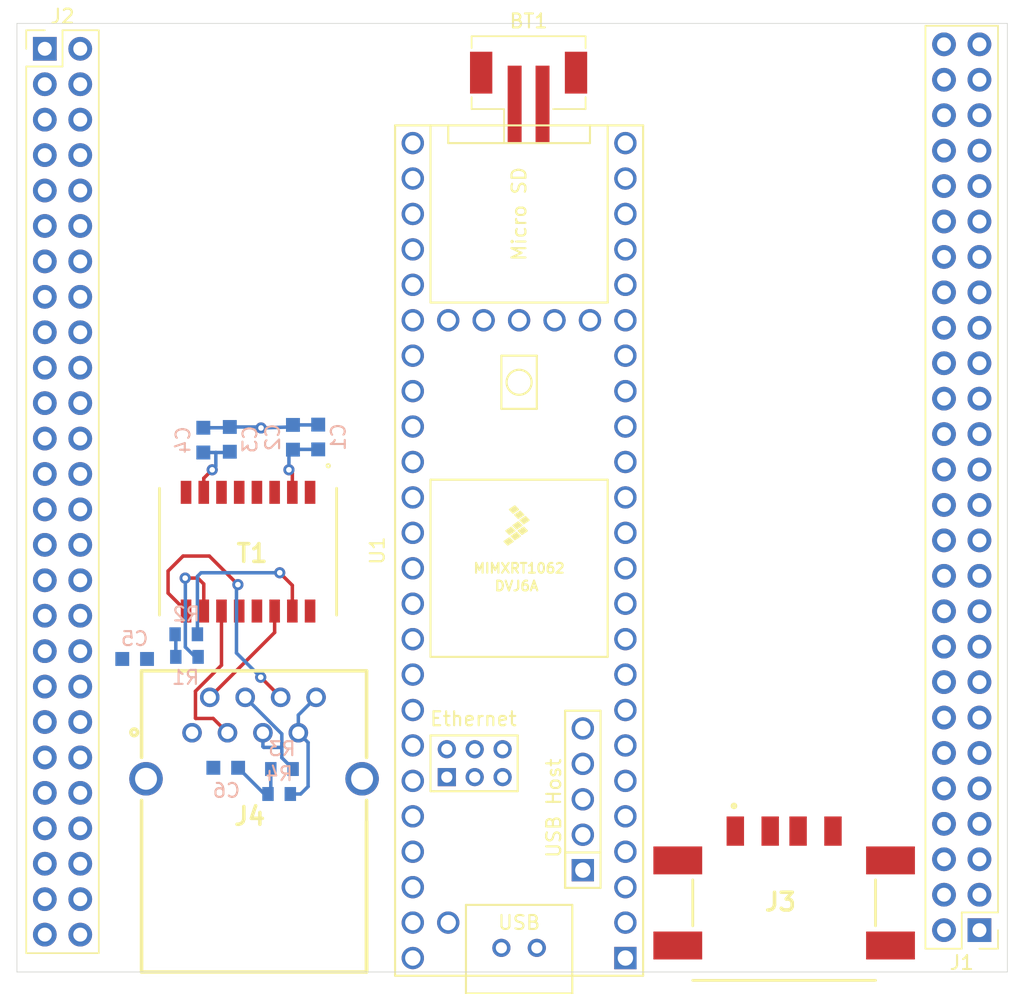
<source format=kicad_pcb>
(kicad_pcb (version 20171130) (host pcbnew "(5.1.6)-1")

  (general
    (thickness 1.6)
    (drawings 5)
    (tracks 77)
    (zones 0)
    (modules 17)
    (nets 80)
  )

  (page A4)
  (layers
    (0 F.Cu signal)
    (31 B.Cu signal)
    (32 B.Adhes user)
    (33 F.Adhes user)
    (34 B.Paste user)
    (35 F.Paste user)
    (36 B.SilkS user)
    (37 F.SilkS user)
    (38 B.Mask user)
    (39 F.Mask user)
    (40 Dwgs.User user)
    (41 Cmts.User user)
    (42 Eco1.User user)
    (43 Eco2.User user)
    (44 Edge.Cuts user)
    (45 Margin user)
    (46 B.CrtYd user)
    (47 F.CrtYd user)
    (48 B.Fab user hide)
    (49 F.Fab user)
  )

  (setup
    (last_trace_width 0.25)
    (trace_clearance 0.2)
    (zone_clearance 0.508)
    (zone_45_only no)
    (trace_min 0.2)
    (via_size 0.8)
    (via_drill 0.4)
    (via_min_size 0.4)
    (via_min_drill 0.3)
    (uvia_size 0.3)
    (uvia_drill 0.1)
    (uvias_allowed no)
    (uvia_min_size 0.2)
    (uvia_min_drill 0.1)
    (edge_width 0.05)
    (segment_width 0.2)
    (pcb_text_width 0.3)
    (pcb_text_size 1.5 1.5)
    (mod_edge_width 0.12)
    (mod_text_size 1 1)
    (mod_text_width 0.15)
    (pad_size 1.524 1.524)
    (pad_drill 0.762)
    (pad_to_mask_clearance 0.05)
    (aux_axis_origin 0 0)
    (visible_elements 7FFFFFFF)
    (pcbplotparams
      (layerselection 0x010fc_ffffffff)
      (usegerberextensions false)
      (usegerberattributes true)
      (usegerberadvancedattributes true)
      (creategerberjobfile true)
      (excludeedgelayer true)
      (linewidth 0.100000)
      (plotframeref false)
      (viasonmask false)
      (mode 1)
      (useauxorigin false)
      (hpglpennumber 1)
      (hpglpenspeed 20)
      (hpglpendiameter 15.000000)
      (psnegative false)
      (psa4output false)
      (plotreference true)
      (plotvalue true)
      (plotinvisibletext false)
      (padsonsilk false)
      (subtractmaskfromsilk false)
      (outputformat 1)
      (mirror false)
      (drillshape 1)
      (scaleselection 1)
      (outputdirectory ""))
  )

  (net 0 "")
  (net 1 "Net-(BT1-Pad1)")
  (net 2 GND)
  (net 3 "Net-(J1-Pad4)")
  (net 4 "Net-(J1-Pad6)")
  (net 5 "Net-(J1-Pad8)")
  (net 6 "Net-(J1-Pad10)")
  (net 7 "Net-(J1-Pad12)")
  (net 8 "Net-(J1-Pad14)")
  (net 9 "Net-(J1-Pad15)")
  (net 10 "Net-(J1-Pad16)")
  (net 11 "Net-(J1-Pad18)")
  (net 12 "Net-(J1-Pad20)")
  (net 13 "Net-(J1-Pad22)")
  (net 14 "Net-(J1-Pad24)")
  (net 15 "Net-(J1-Pad26)")
  (net 16 "Net-(J1-Pad28)")
  (net 17 "Net-(J1-Pad30)")
  (net 18 "Net-(J1-Pad32)")
  (net 19 "Net-(J1-Pad34)")
  (net 20 "Net-(J1-Pad36)")
  (net 21 "Net-(J1-Pad38)")
  (net 22 "Net-(J1-Pad40)")
  (net 23 "Net-(J1-Pad42)")
  (net 24 "Net-(J1-Pad44)")
  (net 25 "Net-(J1-Pad46)")
  (net 26 "Net-(J1-Pad48)")
  (net 27 "Net-(J1-Pad50)")
  (net 28 "Net-(J1-Pad52)")
  (net 29 "Net-(J2-Pad52)")
  (net 30 "Net-(J2-Pad50)")
  (net 31 "Net-(J2-Pad48)")
  (net 32 "Net-(J2-Pad44)")
  (net 33 "Net-(J2-Pad42)")
  (net 34 "Net-(J2-Pad40)")
  (net 35 "Net-(J2-Pad38)")
  (net 36 "Net-(J2-Pad36)")
  (net 37 "Net-(J2-Pad34)")
  (net 38 "Net-(J2-Pad32)")
  (net 39 "Net-(J2-Pad30)")
  (net 40 "Net-(J2-Pad28)")
  (net 41 "Net-(J2-Pad26)")
  (net 42 "Net-(J2-Pad24)")
  (net 43 "Net-(J2-Pad22)")
  (net 44 "Net-(J2-Pad18)")
  (net 45 "Net-(J2-Pad16)")
  (net 46 "Net-(J2-Pad15)")
  (net 47 "Net-(J2-Pad14)")
  (net 48 "Net-(J2-Pad12)")
  (net 49 "Net-(J2-Pad10)")
  (net 50 "Net-(J2-Pad8)")
  (net 51 "Net-(J2-Pad6)")
  (net 52 "Net-(J2-Pad4)")
  (net 53 "Net-(J2-Pad2)")
  (net 54 "Net-(J3-Pad1)")
  (net 55 /DN)
  (net 56 /DP)
  (net 57 "Net-(U1-Pad66)")
  (net 58 "Net-(U1-Pad67)")
  (net 59 "Net-(C1-Pad1)")
  (net 60 "Net-(C3-Pad1)")
  (net 61 /TP)
  (net 62 /TN)
  (net 63 "Net-(T1-Pad4)")
  (net 64 "Net-(T1-Pad5)")
  (net 65 /RP)
  (net 66 /RN)
  (net 67 "Net-(T1-Pad12)")
  (net 68 "Net-(T1-Pad13)")
  (net 69 "Net-(C5-Pad1)")
  (net 70 "Net-(C6-Pad1)")
  (net 71 "Net-(J4-Pad4)")
  (net 72 "Net-(J4-Pad7)")
  (net 73 "Net-(R1-Pad1)")
  (net 74 "Net-(R2-Pad1)")
  (net 75 /T1P)
  (net 76 /T1N)
  (net 77 /R1P)
  (net 78 /R1N)
  (net 79 "Net-(U1-Pad61)")

  (net_class Default "This is the default net class."
    (clearance 0.2)
    (trace_width 0.25)
    (via_dia 0.8)
    (via_drill 0.4)
    (uvia_dia 0.3)
    (uvia_drill 0.1)
    (add_net /DN)
    (add_net /DP)
    (add_net /R1N)
    (add_net /R1P)
    (add_net /RN)
    (add_net /RP)
    (add_net /T1N)
    (add_net /T1P)
    (add_net /TN)
    (add_net /TP)
    (add_net GND)
    (add_net "Net-(BT1-Pad1)")
    (add_net "Net-(C1-Pad1)")
    (add_net "Net-(C3-Pad1)")
    (add_net "Net-(C5-Pad1)")
    (add_net "Net-(C6-Pad1)")
    (add_net "Net-(J1-Pad10)")
    (add_net "Net-(J1-Pad12)")
    (add_net "Net-(J1-Pad14)")
    (add_net "Net-(J1-Pad15)")
    (add_net "Net-(J1-Pad16)")
    (add_net "Net-(J1-Pad18)")
    (add_net "Net-(J1-Pad20)")
    (add_net "Net-(J1-Pad22)")
    (add_net "Net-(J1-Pad24)")
    (add_net "Net-(J1-Pad26)")
    (add_net "Net-(J1-Pad28)")
    (add_net "Net-(J1-Pad30)")
    (add_net "Net-(J1-Pad32)")
    (add_net "Net-(J1-Pad34)")
    (add_net "Net-(J1-Pad36)")
    (add_net "Net-(J1-Pad38)")
    (add_net "Net-(J1-Pad4)")
    (add_net "Net-(J1-Pad40)")
    (add_net "Net-(J1-Pad42)")
    (add_net "Net-(J1-Pad44)")
    (add_net "Net-(J1-Pad46)")
    (add_net "Net-(J1-Pad48)")
    (add_net "Net-(J1-Pad50)")
    (add_net "Net-(J1-Pad52)")
    (add_net "Net-(J1-Pad6)")
    (add_net "Net-(J1-Pad8)")
    (add_net "Net-(J2-Pad10)")
    (add_net "Net-(J2-Pad12)")
    (add_net "Net-(J2-Pad14)")
    (add_net "Net-(J2-Pad15)")
    (add_net "Net-(J2-Pad16)")
    (add_net "Net-(J2-Pad18)")
    (add_net "Net-(J2-Pad2)")
    (add_net "Net-(J2-Pad22)")
    (add_net "Net-(J2-Pad24)")
    (add_net "Net-(J2-Pad26)")
    (add_net "Net-(J2-Pad28)")
    (add_net "Net-(J2-Pad30)")
    (add_net "Net-(J2-Pad32)")
    (add_net "Net-(J2-Pad34)")
    (add_net "Net-(J2-Pad36)")
    (add_net "Net-(J2-Pad38)")
    (add_net "Net-(J2-Pad4)")
    (add_net "Net-(J2-Pad40)")
    (add_net "Net-(J2-Pad42)")
    (add_net "Net-(J2-Pad44)")
    (add_net "Net-(J2-Pad48)")
    (add_net "Net-(J2-Pad50)")
    (add_net "Net-(J2-Pad52)")
    (add_net "Net-(J2-Pad6)")
    (add_net "Net-(J2-Pad8)")
    (add_net "Net-(J3-Pad1)")
    (add_net "Net-(J4-Pad4)")
    (add_net "Net-(J4-Pad7)")
    (add_net "Net-(R1-Pad1)")
    (add_net "Net-(R2-Pad1)")
    (add_net "Net-(T1-Pad12)")
    (add_net "Net-(T1-Pad13)")
    (add_net "Net-(T1-Pad4)")
    (add_net "Net-(T1-Pad5)")
    (add_net "Net-(U1-Pad61)")
    (add_net "Net-(U1-Pad66)")
    (add_net "Net-(U1-Pad67)")
  )

  (module Capacitor_SMD:C_0603_1608Metric_Pad0.99x1.00mm_HandSolder (layer B.Cu) (tedit 5AC5DB74) (tstamp 5F031B5B)
    (at 211.59724 98.64852 90)
    (descr "Capacitor SMD 0603 (1608 Metric), square (rectangular) end terminal, IPC_7351 nominal with elongated pad for handsoldering. (Body size source: http://www.tortai-tech.com/upload/download/2011102023233369053.pdf), generated with kicad-footprint-generator")
    (tags "capacitor handsolder")
    (path /5F1959ED)
    (attr smd)
    (fp_text reference C1 (at 0 1.45 90) (layer B.SilkS)
      (effects (font (size 1 1) (thickness 0.15)) (justify mirror))
    )
    (fp_text value 0.1 (at 0 -1.45 90) (layer B.Fab)
      (effects (font (size 1 1) (thickness 0.15)) (justify mirror))
    )
    (fp_text user %R (at 0 0 90) (layer B.Fab)
      (effects (font (size 0.4 0.4) (thickness 0.06)) (justify mirror))
    )
    (fp_line (start -0.8 -0.4) (end -0.8 0.4) (layer B.Fab) (width 0.1))
    (fp_line (start -0.8 0.4) (end 0.8 0.4) (layer B.Fab) (width 0.1))
    (fp_line (start 0.8 0.4) (end 0.8 -0.4) (layer B.Fab) (width 0.1))
    (fp_line (start 0.8 -0.4) (end -0.8 -0.4) (layer B.Fab) (width 0.1))
    (fp_line (start -1.64 -0.75) (end -1.64 0.75) (layer B.CrtYd) (width 0.05))
    (fp_line (start -1.64 0.75) (end 1.64 0.75) (layer B.CrtYd) (width 0.05))
    (fp_line (start 1.64 0.75) (end 1.64 -0.75) (layer B.CrtYd) (width 0.05))
    (fp_line (start 1.64 -0.75) (end -1.64 -0.75) (layer B.CrtYd) (width 0.05))
    (pad 2 smd rect (at 0.8875 0 90) (size 0.995 1) (layers B.Cu B.Paste B.Mask)
      (net 2 GND))
    (pad 1 smd rect (at -0.8875 0 90) (size 0.995 1) (layers B.Cu B.Paste B.Mask)
      (net 59 "Net-(C1-Pad1)"))
    (model ${KISYS3DMOD}/Capacitor_SMD.3dshapes/C_0603_1608Metric.wrl
      (at (xyz 0 0 0))
      (scale (xyz 1 1 1))
      (rotate (xyz 0 0 0))
    )
  )

  (module Capacitor_SMD:C_0603_1608Metric_Pad0.99x1.00mm_HandSolder (layer B.Cu) (tedit 5AC5DB74) (tstamp 5F031B6A)
    (at 209.78876 98.66884 270)
    (descr "Capacitor SMD 0603 (1608 Metric), square (rectangular) end terminal, IPC_7351 nominal with elongated pad for handsoldering. (Body size source: http://www.tortai-tech.com/upload/download/2011102023233369053.pdf), generated with kicad-footprint-generator")
    (tags "capacitor handsolder")
    (path /5F196271)
    (attr smd)
    (fp_text reference C2 (at 0 1.45 90) (layer B.SilkS)
      (effects (font (size 1 1) (thickness 0.15)) (justify mirror))
    )
    (fp_text value 0.1 (at 0 -1.45 90) (layer B.Fab)
      (effects (font (size 1 1) (thickness 0.15)) (justify mirror))
    )
    (fp_line (start 1.64 -0.75) (end -1.64 -0.75) (layer B.CrtYd) (width 0.05))
    (fp_line (start 1.64 0.75) (end 1.64 -0.75) (layer B.CrtYd) (width 0.05))
    (fp_line (start -1.64 0.75) (end 1.64 0.75) (layer B.CrtYd) (width 0.05))
    (fp_line (start -1.64 -0.75) (end -1.64 0.75) (layer B.CrtYd) (width 0.05))
    (fp_line (start 0.8 -0.4) (end -0.8 -0.4) (layer B.Fab) (width 0.1))
    (fp_line (start 0.8 0.4) (end 0.8 -0.4) (layer B.Fab) (width 0.1))
    (fp_line (start -0.8 0.4) (end 0.8 0.4) (layer B.Fab) (width 0.1))
    (fp_line (start -0.8 -0.4) (end -0.8 0.4) (layer B.Fab) (width 0.1))
    (fp_text user %R (at 0 0 90) (layer B.Fab)
      (effects (font (size 0.4 0.4) (thickness 0.06)) (justify mirror))
    )
    (pad 1 smd rect (at -0.8875 0 270) (size 0.995 1) (layers B.Cu B.Paste B.Mask)
      (net 2 GND))
    (pad 2 smd rect (at 0.8875 0 270) (size 0.995 1) (layers B.Cu B.Paste B.Mask)
      (net 59 "Net-(C1-Pad1)"))
    (model ${KISYS3DMOD}/Capacitor_SMD.3dshapes/C_0603_1608Metric.wrl
      (at (xyz 0 0 0))
      (scale (xyz 1 1 1))
      (rotate (xyz 0 0 0))
    )
  )

  (module Capacitor_SMD:C_0603_1608Metric_Pad0.99x1.00mm_HandSolder (layer B.Cu) (tedit 5AC5DB74) (tstamp 5F031B79)
    (at 205.26248 98.81616 90)
    (descr "Capacitor SMD 0603 (1608 Metric), square (rectangular) end terminal, IPC_7351 nominal with elongated pad for handsoldering. (Body size source: http://www.tortai-tech.com/upload/download/2011102023233369053.pdf), generated with kicad-footprint-generator")
    (tags "capacitor handsolder")
    (path /5F212E0D)
    (attr smd)
    (fp_text reference C3 (at 0 1.45 90) (layer B.SilkS)
      (effects (font (size 1 1) (thickness 0.15)) (justify mirror))
    )
    (fp_text value 0.1 (at 0 -1.45 90) (layer B.Fab)
      (effects (font (size 1 1) (thickness 0.15)) (justify mirror))
    )
    (fp_text user %R (at 0 0 90) (layer B.Fab)
      (effects (font (size 0.4 0.4) (thickness 0.06)) (justify mirror))
    )
    (fp_line (start -0.8 -0.4) (end -0.8 0.4) (layer B.Fab) (width 0.1))
    (fp_line (start -0.8 0.4) (end 0.8 0.4) (layer B.Fab) (width 0.1))
    (fp_line (start 0.8 0.4) (end 0.8 -0.4) (layer B.Fab) (width 0.1))
    (fp_line (start 0.8 -0.4) (end -0.8 -0.4) (layer B.Fab) (width 0.1))
    (fp_line (start -1.64 -0.75) (end -1.64 0.75) (layer B.CrtYd) (width 0.05))
    (fp_line (start -1.64 0.75) (end 1.64 0.75) (layer B.CrtYd) (width 0.05))
    (fp_line (start 1.64 0.75) (end 1.64 -0.75) (layer B.CrtYd) (width 0.05))
    (fp_line (start 1.64 -0.75) (end -1.64 -0.75) (layer B.CrtYd) (width 0.05))
    (pad 2 smd rect (at 0.8875 0 90) (size 0.995 1) (layers B.Cu B.Paste B.Mask)
      (net 2 GND))
    (pad 1 smd rect (at -0.8875 0 90) (size 0.995 1) (layers B.Cu B.Paste B.Mask)
      (net 60 "Net-(C3-Pad1)"))
    (model ${KISYS3DMOD}/Capacitor_SMD.3dshapes/C_0603_1608Metric.wrl
      (at (xyz 0 0 0))
      (scale (xyz 1 1 1))
      (rotate (xyz 0 0 0))
    )
  )

  (module Capacitor_SMD:C_0603_1608Metric_Pad0.99x1.00mm_HandSolder (layer B.Cu) (tedit 5AC5DB74) (tstamp 5F031B88)
    (at 203.36256 98.87204 270)
    (descr "Capacitor SMD 0603 (1608 Metric), square (rectangular) end terminal, IPC_7351 nominal with elongated pad for handsoldering. (Body size source: http://www.tortai-tech.com/upload/download/2011102023233369053.pdf), generated with kicad-footprint-generator")
    (tags "capacitor handsolder")
    (path /5F212E13)
    (attr smd)
    (fp_text reference C4 (at 0 1.45 90) (layer B.SilkS)
      (effects (font (size 1 1) (thickness 0.15)) (justify mirror))
    )
    (fp_text value 0.1 (at 0 -1.45 90) (layer B.Fab)
      (effects (font (size 1 1) (thickness 0.15)) (justify mirror))
    )
    (fp_line (start 1.64 -0.75) (end -1.64 -0.75) (layer B.CrtYd) (width 0.05))
    (fp_line (start 1.64 0.75) (end 1.64 -0.75) (layer B.CrtYd) (width 0.05))
    (fp_line (start -1.64 0.75) (end 1.64 0.75) (layer B.CrtYd) (width 0.05))
    (fp_line (start -1.64 -0.75) (end -1.64 0.75) (layer B.CrtYd) (width 0.05))
    (fp_line (start 0.8 -0.4) (end -0.8 -0.4) (layer B.Fab) (width 0.1))
    (fp_line (start 0.8 0.4) (end 0.8 -0.4) (layer B.Fab) (width 0.1))
    (fp_line (start -0.8 0.4) (end 0.8 0.4) (layer B.Fab) (width 0.1))
    (fp_line (start -0.8 -0.4) (end -0.8 0.4) (layer B.Fab) (width 0.1))
    (fp_text user %R (at 0 0 90) (layer B.Fab)
      (effects (font (size 0.4 0.4) (thickness 0.06)) (justify mirror))
    )
    (pad 1 smd rect (at -0.8875 0 270) (size 0.995 1) (layers B.Cu B.Paste B.Mask)
      (net 2 GND))
    (pad 2 smd rect (at 0.8875 0 270) (size 0.995 1) (layers B.Cu B.Paste B.Mask)
      (net 60 "Net-(C3-Pad1)"))
    (model ${KISYS3DMOD}/Capacitor_SMD.3dshapes/C_0603_1608Metric.wrl
      (at (xyz 0 0 0))
      (scale (xyz 1 1 1))
      (rotate (xyz 0 0 0))
    )
  )

  (module Capacitor_SMD:C_0603_1608Metric_Pad0.99x1.00mm_HandSolder (layer B.Cu) (tedit 5AC5DB74) (tstamp 5F031B97)
    (at 198.44 114.56 180)
    (descr "Capacitor SMD 0603 (1608 Metric), square (rectangular) end terminal, IPC_7351 nominal with elongated pad for handsoldering. (Body size source: http://www.tortai-tech.com/upload/download/2011102023233369053.pdf), generated with kicad-footprint-generator")
    (tags "capacitor handsolder")
    (path /5F1344F2)
    (attr smd)
    (fp_text reference C5 (at 0 1.45) (layer B.SilkS)
      (effects (font (size 1 1) (thickness 0.15)) (justify mirror))
    )
    (fp_text value 1000pF (at 0 -1.45) (layer B.Fab)
      (effects (font (size 1 1) (thickness 0.15)) (justify mirror))
    )
    (fp_line (start 1.64 -0.75) (end -1.64 -0.75) (layer B.CrtYd) (width 0.05))
    (fp_line (start 1.64 0.75) (end 1.64 -0.75) (layer B.CrtYd) (width 0.05))
    (fp_line (start -1.64 0.75) (end 1.64 0.75) (layer B.CrtYd) (width 0.05))
    (fp_line (start -1.64 -0.75) (end -1.64 0.75) (layer B.CrtYd) (width 0.05))
    (fp_line (start 0.8 -0.4) (end -0.8 -0.4) (layer B.Fab) (width 0.1))
    (fp_line (start 0.8 0.4) (end 0.8 -0.4) (layer B.Fab) (width 0.1))
    (fp_line (start -0.8 0.4) (end 0.8 0.4) (layer B.Fab) (width 0.1))
    (fp_line (start -0.8 -0.4) (end -0.8 0.4) (layer B.Fab) (width 0.1))
    (fp_text user %R (at 0 0) (layer B.Fab)
      (effects (font (size 0.4 0.4) (thickness 0.06)) (justify mirror))
    )
    (pad 1 smd rect (at -0.8875 0 180) (size 0.995 1) (layers B.Cu B.Paste B.Mask)
      (net 69 "Net-(C5-Pad1)"))
    (pad 2 smd rect (at 0.8875 0 180) (size 0.995 1) (layers B.Cu B.Paste B.Mask)
      (net 2 GND))
    (model ${KISYS3DMOD}/Capacitor_SMD.3dshapes/C_0603_1608Metric.wrl
      (at (xyz 0 0 0))
      (scale (xyz 1 1 1))
      (rotate (xyz 0 0 0))
    )
  )

  (module Capacitor_SMD:C_0603_1608Metric_Pad0.99x1.00mm_HandSolder (layer B.Cu) (tedit 5AC5DB74) (tstamp 5F036BEC)
    (at 204.97 122.36 180)
    (descr "Capacitor SMD 0603 (1608 Metric), square (rectangular) end terminal, IPC_7351 nominal with elongated pad for handsoldering. (Body size source: http://www.tortai-tech.com/upload/download/2011102023233369053.pdf), generated with kicad-footprint-generator")
    (tags "capacitor handsolder")
    (path /5F100571)
    (attr smd)
    (fp_text reference C6 (at -0.05 -1.63) (layer B.SilkS)
      (effects (font (size 1 1) (thickness 0.15)) (justify mirror))
    )
    (fp_text value 1000pF (at 0 -1.45) (layer B.Fab)
      (effects (font (size 1 1) (thickness 0.15)) (justify mirror))
    )
    (fp_text user %R (at -0.225001 0.505001) (layer B.Fab)
      (effects (font (size 0.4 0.4) (thickness 0.06)) (justify mirror))
    )
    (fp_line (start -0.8 -0.4) (end -0.8 0.4) (layer B.Fab) (width 0.1))
    (fp_line (start -0.8 0.4) (end 0.8 0.4) (layer B.Fab) (width 0.1))
    (fp_line (start 0.8 0.4) (end 0.8 -0.4) (layer B.Fab) (width 0.1))
    (fp_line (start 0.8 -0.4) (end -0.8 -0.4) (layer B.Fab) (width 0.1))
    (fp_line (start -1.64 -0.75) (end -1.64 0.75) (layer B.CrtYd) (width 0.05))
    (fp_line (start -1.64 0.75) (end 1.64 0.75) (layer B.CrtYd) (width 0.05))
    (fp_line (start 1.64 0.75) (end 1.64 -0.75) (layer B.CrtYd) (width 0.05))
    (fp_line (start 1.64 -0.75) (end -1.64 -0.75) (layer B.CrtYd) (width 0.05))
    (pad 2 smd rect (at 0.8875 0 180) (size 0.995 1) (layers B.Cu B.Paste B.Mask)
      (net 2 GND))
    (pad 1 smd rect (at -0.8875 0 180) (size 0.995 1) (layers B.Cu B.Paste B.Mask)
      (net 70 "Net-(C6-Pad1)"))
    (model ${KISYS3DMOD}/Capacitor_SMD.3dshapes/C_0603_1608Metric.wrl
      (at (xyz 0 0 0))
      (scale (xyz 1 1 1))
      (rotate (xyz 0 0 0))
    )
  )

  (module Connector_PinHeader_2.54mm:PinHeader_2x26_P2.54mm_Vertical (layer F.Cu) (tedit 59FED5CC) (tstamp 5F033091)
    (at 259 134 180)
    (descr "Through hole straight pin header, 2x26, 2.54mm pitch, double rows")
    (tags "Through hole pin header THT 2x26 2.54mm double row")
    (path /5F05207B)
    (fp_text reference J1 (at 1.27 -2.33) (layer F.SilkS)
      (effects (font (size 1 1) (thickness 0.15)))
    )
    (fp_text value CONN_26X2 (at 1.27 65.83) (layer F.Fab)
      (effects (font (size 1 1) (thickness 0.15)))
    )
    (fp_line (start 4.35 -1.8) (end -1.8 -1.8) (layer F.CrtYd) (width 0.05))
    (fp_line (start 4.35 65.3) (end 4.35 -1.8) (layer F.CrtYd) (width 0.05))
    (fp_line (start -1.8 65.3) (end 4.35 65.3) (layer F.CrtYd) (width 0.05))
    (fp_line (start -1.8 -1.8) (end -1.8 65.3) (layer F.CrtYd) (width 0.05))
    (fp_line (start -1.33 -1.33) (end 0 -1.33) (layer F.SilkS) (width 0.12))
    (fp_line (start -1.33 0) (end -1.33 -1.33) (layer F.SilkS) (width 0.12))
    (fp_line (start 1.27 -1.33) (end 3.87 -1.33) (layer F.SilkS) (width 0.12))
    (fp_line (start 1.27 1.27) (end 1.27 -1.33) (layer F.SilkS) (width 0.12))
    (fp_line (start -1.33 1.27) (end 1.27 1.27) (layer F.SilkS) (width 0.12))
    (fp_line (start 3.87 -1.33) (end 3.87 64.83) (layer F.SilkS) (width 0.12))
    (fp_line (start -1.33 1.27) (end -1.33 64.83) (layer F.SilkS) (width 0.12))
    (fp_line (start -1.33 64.83) (end 3.87 64.83) (layer F.SilkS) (width 0.12))
    (fp_line (start -1.27 0) (end 0 -1.27) (layer F.Fab) (width 0.1))
    (fp_line (start -1.27 64.77) (end -1.27 0) (layer F.Fab) (width 0.1))
    (fp_line (start 3.81 64.77) (end -1.27 64.77) (layer F.Fab) (width 0.1))
    (fp_line (start 3.81 -1.27) (end 3.81 64.77) (layer F.Fab) (width 0.1))
    (fp_line (start 0 -1.27) (end 3.81 -1.27) (layer F.Fab) (width 0.1))
    (fp_text user %R (at 1.27 31.75 90) (layer F.Fab)
      (effects (font (size 1 1) (thickness 0.15)))
    )
    (pad 1 thru_hole rect (at 0 0 180) (size 1.7 1.7) (drill 1) (layers *.Cu *.Mask)
      (net 2 GND))
    (pad 2 thru_hole oval (at 2.54 0 180) (size 1.7 1.7) (drill 1) (layers *.Cu *.Mask)
      (net 1 "Net-(BT1-Pad1)"))
    (pad 3 thru_hole oval (at 0 2.54 180) (size 1.7 1.7) (drill 1) (layers *.Cu *.Mask)
      (net 2 GND))
    (pad 4 thru_hole oval (at 2.54 2.54 180) (size 1.7 1.7) (drill 1) (layers *.Cu *.Mask)
      (net 3 "Net-(J1-Pad4)"))
    (pad 5 thru_hole oval (at 0 5.08 180) (size 1.7 1.7) (drill 1) (layers *.Cu *.Mask)
      (net 2 GND))
    (pad 6 thru_hole oval (at 2.54 5.08 180) (size 1.7 1.7) (drill 1) (layers *.Cu *.Mask)
      (net 4 "Net-(J1-Pad6)"))
    (pad 7 thru_hole oval (at 0 7.62 180) (size 1.7 1.7) (drill 1) (layers *.Cu *.Mask)
      (net 2 GND))
    (pad 8 thru_hole oval (at 2.54 7.62 180) (size 1.7 1.7) (drill 1) (layers *.Cu *.Mask)
      (net 5 "Net-(J1-Pad8)"))
    (pad 9 thru_hole oval (at 0 10.16 180) (size 1.7 1.7) (drill 1) (layers *.Cu *.Mask)
      (net 2 GND))
    (pad 10 thru_hole oval (at 2.54 10.16 180) (size 1.7 1.7) (drill 1) (layers *.Cu *.Mask)
      (net 6 "Net-(J1-Pad10)"))
    (pad 11 thru_hole oval (at 0 12.7 180) (size 1.7 1.7) (drill 1) (layers *.Cu *.Mask)
      (net 2 GND))
    (pad 12 thru_hole oval (at 2.54 12.7 180) (size 1.7 1.7) (drill 1) (layers *.Cu *.Mask)
      (net 7 "Net-(J1-Pad12)"))
    (pad 13 thru_hole oval (at 0 15.24 180) (size 1.7 1.7) (drill 1) (layers *.Cu *.Mask)
      (net 2 GND))
    (pad 14 thru_hole oval (at 2.54 15.24 180) (size 1.7 1.7) (drill 1) (layers *.Cu *.Mask)
      (net 8 "Net-(J1-Pad14)"))
    (pad 15 thru_hole oval (at 0 17.78 180) (size 1.7 1.7) (drill 1) (layers *.Cu *.Mask)
      (net 9 "Net-(J1-Pad15)"))
    (pad 16 thru_hole oval (at 2.54 17.78 180) (size 1.7 1.7) (drill 1) (layers *.Cu *.Mask)
      (net 10 "Net-(J1-Pad16)"))
    (pad 17 thru_hole oval (at 0 20.32 180) (size 1.7 1.7) (drill 1) (layers *.Cu *.Mask)
      (net 2 GND))
    (pad 18 thru_hole oval (at 2.54 20.32 180) (size 1.7 1.7) (drill 1) (layers *.Cu *.Mask)
      (net 11 "Net-(J1-Pad18)"))
    (pad 19 thru_hole oval (at 0 22.86 180) (size 1.7 1.7) (drill 1) (layers *.Cu *.Mask)
      (net 2 GND))
    (pad 20 thru_hole oval (at 2.54 22.86 180) (size 1.7 1.7) (drill 1) (layers *.Cu *.Mask)
      (net 12 "Net-(J1-Pad20)"))
    (pad 21 thru_hole oval (at 0 25.4 180) (size 1.7 1.7) (drill 1) (layers *.Cu *.Mask)
      (net 2 GND))
    (pad 22 thru_hole oval (at 2.54 25.4 180) (size 1.7 1.7) (drill 1) (layers *.Cu *.Mask)
      (net 13 "Net-(J1-Pad22)"))
    (pad 23 thru_hole oval (at 0 27.94 180) (size 1.7 1.7) (drill 1) (layers *.Cu *.Mask)
      (net 2 GND))
    (pad 24 thru_hole oval (at 2.54 27.94 180) (size 1.7 1.7) (drill 1) (layers *.Cu *.Mask)
      (net 14 "Net-(J1-Pad24)"))
    (pad 25 thru_hole oval (at 0 30.48 180) (size 1.7 1.7) (drill 1) (layers *.Cu *.Mask)
      (net 2 GND))
    (pad 26 thru_hole oval (at 2.54 30.48 180) (size 1.7 1.7) (drill 1) (layers *.Cu *.Mask)
      (net 15 "Net-(J1-Pad26)"))
    (pad 27 thru_hole oval (at 0 33.02 180) (size 1.7 1.7) (drill 1) (layers *.Cu *.Mask)
      (net 2 GND))
    (pad 28 thru_hole oval (at 2.54 33.02 180) (size 1.7 1.7) (drill 1) (layers *.Cu *.Mask)
      (net 16 "Net-(J1-Pad28)"))
    (pad 29 thru_hole oval (at 0 35.56 180) (size 1.7 1.7) (drill 1) (layers *.Cu *.Mask)
      (net 2 GND))
    (pad 30 thru_hole oval (at 2.54 35.56 180) (size 1.7 1.7) (drill 1) (layers *.Cu *.Mask)
      (net 17 "Net-(J1-Pad30)"))
    (pad 31 thru_hole oval (at 0 38.1 180) (size 1.7 1.7) (drill 1) (layers *.Cu *.Mask)
      (net 2 GND))
    (pad 32 thru_hole oval (at 2.54 38.1 180) (size 1.7 1.7) (drill 1) (layers *.Cu *.Mask)
      (net 18 "Net-(J1-Pad32)"))
    (pad 33 thru_hole oval (at 0 40.64 180) (size 1.7 1.7) (drill 1) (layers *.Cu *.Mask)
      (net 2 GND))
    (pad 34 thru_hole oval (at 2.54 40.64 180) (size 1.7 1.7) (drill 1) (layers *.Cu *.Mask)
      (net 19 "Net-(J1-Pad34)"))
    (pad 35 thru_hole oval (at 0 43.18 180) (size 1.7 1.7) (drill 1) (layers *.Cu *.Mask)
      (net 2 GND))
    (pad 36 thru_hole oval (at 2.54 43.18 180) (size 1.7 1.7) (drill 1) (layers *.Cu *.Mask)
      (net 20 "Net-(J1-Pad36)"))
    (pad 37 thru_hole oval (at 0 45.72 180) (size 1.7 1.7) (drill 1) (layers *.Cu *.Mask)
      (net 2 GND))
    (pad 38 thru_hole oval (at 2.54 45.72 180) (size 1.7 1.7) (drill 1) (layers *.Cu *.Mask)
      (net 21 "Net-(J1-Pad38)"))
    (pad 39 thru_hole oval (at 0 48.26 180) (size 1.7 1.7) (drill 1) (layers *.Cu *.Mask)
      (net 2 GND))
    (pad 40 thru_hole oval (at 2.54 48.26 180) (size 1.7 1.7) (drill 1) (layers *.Cu *.Mask)
      (net 22 "Net-(J1-Pad40)"))
    (pad 41 thru_hole oval (at 0 50.8 180) (size 1.7 1.7) (drill 1) (layers *.Cu *.Mask)
      (net 2 GND))
    (pad 42 thru_hole oval (at 2.54 50.8 180) (size 1.7 1.7) (drill 1) (layers *.Cu *.Mask)
      (net 23 "Net-(J1-Pad42)"))
    (pad 43 thru_hole oval (at 0 53.34 180) (size 1.7 1.7) (drill 1) (layers *.Cu *.Mask)
      (net 2 GND))
    (pad 44 thru_hole oval (at 2.54 53.34 180) (size 1.7 1.7) (drill 1) (layers *.Cu *.Mask)
      (net 24 "Net-(J1-Pad44)"))
    (pad 45 thru_hole oval (at 0 55.88 180) (size 1.7 1.7) (drill 1) (layers *.Cu *.Mask)
      (net 2 GND))
    (pad 46 thru_hole oval (at 2.54 55.88 180) (size 1.7 1.7) (drill 1) (layers *.Cu *.Mask)
      (net 25 "Net-(J1-Pad46)"))
    (pad 47 thru_hole oval (at 0 58.42 180) (size 1.7 1.7) (drill 1) (layers *.Cu *.Mask)
      (net 2 GND))
    (pad 48 thru_hole oval (at 2.54 58.42 180) (size 1.7 1.7) (drill 1) (layers *.Cu *.Mask)
      (net 26 "Net-(J1-Pad48)"))
    (pad 49 thru_hole oval (at 0 60.96 180) (size 1.7 1.7) (drill 1) (layers *.Cu *.Mask)
      (net 2 GND))
    (pad 50 thru_hole oval (at 2.54 60.96 180) (size 1.7 1.7) (drill 1) (layers *.Cu *.Mask)
      (net 27 "Net-(J1-Pad50)"))
    (pad 51 thru_hole oval (at 0 63.5 180) (size 1.7 1.7) (drill 1) (layers *.Cu *.Mask)
      (net 2 GND))
    (pad 52 thru_hole oval (at 2.54 63.5 180) (size 1.7 1.7) (drill 1) (layers *.Cu *.Mask)
      (net 28 "Net-(J1-Pad52)"))
    (model ${KISYS3DMOD}/Connector_PinHeader_2.54mm.3dshapes/PinHeader_2x26_P2.54mm_Vertical.wrl
      (at (xyz 0 0 0))
      (scale (xyz 1 1 1))
      (rotate (xyz 0 0 0))
    )
  )

  (module Connector_PinHeader_2.54mm:PinHeader_2x26_P2.54mm_Vertical (layer F.Cu) (tedit 59FED5CC) (tstamp 5F032A2D)
    (at 192 70.82)
    (descr "Through hole straight pin header, 2x26, 2.54mm pitch, double rows")
    (tags "Through hole pin header THT 2x26 2.54mm double row")
    (path /5F0AFAEA)
    (fp_text reference J2 (at 1.27 -2.33) (layer F.SilkS)
      (effects (font (size 1 1) (thickness 0.15)))
    )
    (fp_text value CONN_26X2 (at 1.27 65.83) (layer F.Fab)
      (effects (font (size 1 1) (thickness 0.15)))
    )
    (fp_text user %R (at 1.27 31.75 90) (layer F.Fab)
      (effects (font (size 1 1) (thickness 0.15)))
    )
    (fp_line (start 0 -1.27) (end 3.81 -1.27) (layer F.Fab) (width 0.1))
    (fp_line (start 3.81 -1.27) (end 3.81 64.77) (layer F.Fab) (width 0.1))
    (fp_line (start 3.81 64.77) (end -1.27 64.77) (layer F.Fab) (width 0.1))
    (fp_line (start -1.27 64.77) (end -1.27 0) (layer F.Fab) (width 0.1))
    (fp_line (start -1.27 0) (end 0 -1.27) (layer F.Fab) (width 0.1))
    (fp_line (start -1.33 64.83) (end 3.87 64.83) (layer F.SilkS) (width 0.12))
    (fp_line (start -1.33 1.27) (end -1.33 64.83) (layer F.SilkS) (width 0.12))
    (fp_line (start 3.87 -1.33) (end 3.87 64.83) (layer F.SilkS) (width 0.12))
    (fp_line (start -1.33 1.27) (end 1.27 1.27) (layer F.SilkS) (width 0.12))
    (fp_line (start 1.27 1.27) (end 1.27 -1.33) (layer F.SilkS) (width 0.12))
    (fp_line (start 1.27 -1.33) (end 3.87 -1.33) (layer F.SilkS) (width 0.12))
    (fp_line (start -1.33 0) (end -1.33 -1.33) (layer F.SilkS) (width 0.12))
    (fp_line (start -1.33 -1.33) (end 0 -1.33) (layer F.SilkS) (width 0.12))
    (fp_line (start -1.8 -1.8) (end -1.8 65.3) (layer F.CrtYd) (width 0.05))
    (fp_line (start -1.8 65.3) (end 4.35 65.3) (layer F.CrtYd) (width 0.05))
    (fp_line (start 4.35 65.3) (end 4.35 -1.8) (layer F.CrtYd) (width 0.05))
    (fp_line (start 4.35 -1.8) (end -1.8 -1.8) (layer F.CrtYd) (width 0.05))
    (pad 52 thru_hole oval (at 2.54 63.5) (size 1.7 1.7) (drill 1) (layers *.Cu *.Mask)
      (net 29 "Net-(J2-Pad52)"))
    (pad 51 thru_hole oval (at 0 63.5) (size 1.7 1.7) (drill 1) (layers *.Cu *.Mask)
      (net 2 GND))
    (pad 50 thru_hole oval (at 2.54 60.96) (size 1.7 1.7) (drill 1) (layers *.Cu *.Mask)
      (net 30 "Net-(J2-Pad50)"))
    (pad 49 thru_hole oval (at 0 60.96) (size 1.7 1.7) (drill 1) (layers *.Cu *.Mask)
      (net 2 GND))
    (pad 48 thru_hole oval (at 2.54 58.42) (size 1.7 1.7) (drill 1) (layers *.Cu *.Mask)
      (net 31 "Net-(J2-Pad48)"))
    (pad 47 thru_hole oval (at 0 58.42) (size 1.7 1.7) (drill 1) (layers *.Cu *.Mask)
      (net 2 GND))
    (pad 46 thru_hole oval (at 2.54 55.88) (size 1.7 1.7) (drill 1) (layers *.Cu *.Mask)
      (net 2 GND))
    (pad 45 thru_hole oval (at 0 55.88) (size 1.7 1.7) (drill 1) (layers *.Cu *.Mask)
      (net 2 GND))
    (pad 44 thru_hole oval (at 2.54 53.34) (size 1.7 1.7) (drill 1) (layers *.Cu *.Mask)
      (net 32 "Net-(J2-Pad44)"))
    (pad 43 thru_hole oval (at 0 53.34) (size 1.7 1.7) (drill 1) (layers *.Cu *.Mask)
      (net 2 GND))
    (pad 42 thru_hole oval (at 2.54 50.8) (size 1.7 1.7) (drill 1) (layers *.Cu *.Mask)
      (net 33 "Net-(J2-Pad42)"))
    (pad 41 thru_hole oval (at 0 50.8) (size 1.7 1.7) (drill 1) (layers *.Cu *.Mask)
      (net 2 GND))
    (pad 40 thru_hole oval (at 2.54 48.26) (size 1.7 1.7) (drill 1) (layers *.Cu *.Mask)
      (net 34 "Net-(J2-Pad40)"))
    (pad 39 thru_hole oval (at 0 48.26) (size 1.7 1.7) (drill 1) (layers *.Cu *.Mask)
      (net 2 GND))
    (pad 38 thru_hole oval (at 2.54 45.72) (size 1.7 1.7) (drill 1) (layers *.Cu *.Mask)
      (net 35 "Net-(J2-Pad38)"))
    (pad 37 thru_hole oval (at 0 45.72) (size 1.7 1.7) (drill 1) (layers *.Cu *.Mask)
      (net 2 GND))
    (pad 36 thru_hole oval (at 2.54 43.18) (size 1.7 1.7) (drill 1) (layers *.Cu *.Mask)
      (net 36 "Net-(J2-Pad36)"))
    (pad 35 thru_hole oval (at 0 43.18) (size 1.7 1.7) (drill 1) (layers *.Cu *.Mask)
      (net 2 GND))
    (pad 34 thru_hole oval (at 2.54 40.64) (size 1.7 1.7) (drill 1) (layers *.Cu *.Mask)
      (net 37 "Net-(J2-Pad34)"))
    (pad 33 thru_hole oval (at 0 40.64) (size 1.7 1.7) (drill 1) (layers *.Cu *.Mask)
      (net 2 GND))
    (pad 32 thru_hole oval (at 2.54 38.1) (size 1.7 1.7) (drill 1) (layers *.Cu *.Mask)
      (net 38 "Net-(J2-Pad32)"))
    (pad 31 thru_hole oval (at 0 38.1) (size 1.7 1.7) (drill 1) (layers *.Cu *.Mask)
      (net 2 GND))
    (pad 30 thru_hole oval (at 2.54 35.56) (size 1.7 1.7) (drill 1) (layers *.Cu *.Mask)
      (net 39 "Net-(J2-Pad30)"))
    (pad 29 thru_hole oval (at 0 35.56) (size 1.7 1.7) (drill 1) (layers *.Cu *.Mask)
      (net 2 GND))
    (pad 28 thru_hole oval (at 2.54 33.02) (size 1.7 1.7) (drill 1) (layers *.Cu *.Mask)
      (net 40 "Net-(J2-Pad28)"))
    (pad 27 thru_hole oval (at 0 33.02) (size 1.7 1.7) (drill 1) (layers *.Cu *.Mask)
      (net 2 GND))
    (pad 26 thru_hole oval (at 2.54 30.48) (size 1.7 1.7) (drill 1) (layers *.Cu *.Mask)
      (net 41 "Net-(J2-Pad26)"))
    (pad 25 thru_hole oval (at 0 30.48) (size 1.7 1.7) (drill 1) (layers *.Cu *.Mask)
      (net 2 GND))
    (pad 24 thru_hole oval (at 2.54 27.94) (size 1.7 1.7) (drill 1) (layers *.Cu *.Mask)
      (net 42 "Net-(J2-Pad24)"))
    (pad 23 thru_hole oval (at 0 27.94) (size 1.7 1.7) (drill 1) (layers *.Cu *.Mask)
      (net 2 GND))
    (pad 22 thru_hole oval (at 2.54 25.4) (size 1.7 1.7) (drill 1) (layers *.Cu *.Mask)
      (net 43 "Net-(J2-Pad22)"))
    (pad 21 thru_hole oval (at 0 25.4) (size 1.7 1.7) (drill 1) (layers *.Cu *.Mask)
      (net 2 GND))
    (pad 20 thru_hole oval (at 2.54 22.86) (size 1.7 1.7) (drill 1) (layers *.Cu *.Mask)
      (net 2 GND))
    (pad 19 thru_hole oval (at 0 22.86) (size 1.7 1.7) (drill 1) (layers *.Cu *.Mask)
      (net 2 GND))
    (pad 18 thru_hole oval (at 2.54 20.32) (size 1.7 1.7) (drill 1) (layers *.Cu *.Mask)
      (net 44 "Net-(J2-Pad18)"))
    (pad 17 thru_hole oval (at 0 20.32) (size 1.7 1.7) (drill 1) (layers *.Cu *.Mask)
      (net 2 GND))
    (pad 16 thru_hole oval (at 2.54 17.78) (size 1.7 1.7) (drill 1) (layers *.Cu *.Mask)
      (net 45 "Net-(J2-Pad16)"))
    (pad 15 thru_hole oval (at 0 17.78) (size 1.7 1.7) (drill 1) (layers *.Cu *.Mask)
      (net 46 "Net-(J2-Pad15)"))
    (pad 14 thru_hole oval (at 2.54 15.24) (size 1.7 1.7) (drill 1) (layers *.Cu *.Mask)
      (net 47 "Net-(J2-Pad14)"))
    (pad 13 thru_hole oval (at 0 15.24) (size 1.7 1.7) (drill 1) (layers *.Cu *.Mask)
      (net 2 GND))
    (pad 12 thru_hole oval (at 2.54 12.7) (size 1.7 1.7) (drill 1) (layers *.Cu *.Mask)
      (net 48 "Net-(J2-Pad12)"))
    (pad 11 thru_hole oval (at 0 12.7) (size 1.7 1.7) (drill 1) (layers *.Cu *.Mask)
      (net 2 GND))
    (pad 10 thru_hole oval (at 2.54 10.16) (size 1.7 1.7) (drill 1) (layers *.Cu *.Mask)
      (net 49 "Net-(J2-Pad10)"))
    (pad 9 thru_hole oval (at 0 10.16) (size 1.7 1.7) (drill 1) (layers *.Cu *.Mask)
      (net 2 GND))
    (pad 8 thru_hole oval (at 2.54 7.62) (size 1.7 1.7) (drill 1) (layers *.Cu *.Mask)
      (net 50 "Net-(J2-Pad8)"))
    (pad 7 thru_hole oval (at 0 7.62) (size 1.7 1.7) (drill 1) (layers *.Cu *.Mask)
      (net 2 GND))
    (pad 6 thru_hole oval (at 2.54 5.08) (size 1.7 1.7) (drill 1) (layers *.Cu *.Mask)
      (net 51 "Net-(J2-Pad6)"))
    (pad 5 thru_hole oval (at 0 5.08) (size 1.7 1.7) (drill 1) (layers *.Cu *.Mask)
      (net 2 GND))
    (pad 4 thru_hole oval (at 2.54 2.54) (size 1.7 1.7) (drill 1) (layers *.Cu *.Mask)
      (net 52 "Net-(J2-Pad4)"))
    (pad 3 thru_hole oval (at 0 2.54) (size 1.7 1.7) (drill 1) (layers *.Cu *.Mask)
      (net 2 GND))
    (pad 2 thru_hole oval (at 2.54 0) (size 1.7 1.7) (drill 1) (layers *.Cu *.Mask)
      (net 53 "Net-(J2-Pad2)"))
    (pad 1 thru_hole rect (at 0 0) (size 1.7 1.7) (drill 1) (layers *.Cu *.Mask)
      (net 2 GND))
    (model ${KISYS3DMOD}/Connector_PinHeader_2.54mm.3dshapes/PinHeader_2x26_P2.54mm_Vertical.wrl
      (at (xyz 0 0 0))
      (scale (xyz 1 1 1))
      (rotate (xyz 0 0 0))
    )
  )

  (module SamacSys_Parts:629104190121 (layer F.Cu) (tedit 0) (tstamp 5F031C51)
    (at 245 128)
    (descr "USB 2.0 TYPE A SMT HORIZONTAL")
    (tags Connector)
    (path /5F115703)
    (fp_text reference J3 (at -0.267 3.978) (layer F.SilkS)
      (effects (font (size 1.27 1.27) (thickness 0.254)))
    )
    (fp_text value 629104190121 (at -0.267 3.978) (layer F.SilkS) hide
      (effects (font (size 1.27 1.27) (thickness 0.254)))
    )
    (fp_circle (center -3.597 -2.905) (end -3.597 -2.86823) (layer F.SilkS) (width 0.2))
    (fp_line (start -6.55 9.6) (end 6.55 9.6) (layer F.SilkS) (width 0.2))
    (fp_line (start 6.55 2.4) (end 6.55 5.689) (layer F.SilkS) (width 0.2))
    (fp_line (start -6.55 2.4) (end -6.55 5.689) (layer F.SilkS) (width 0.2))
    (fp_line (start -6.55 9.6) (end -6.55 -0.4) (layer F.Fab) (width 0.2))
    (fp_line (start 6.55 9.6) (end -6.55 9.6) (layer F.Fab) (width 0.2))
    (fp_line (start 6.55 -0.4) (end 6.55 9.6) (layer F.Fab) (width 0.2))
    (fp_line (start -6.55 -0.4) (end 6.55 -0.4) (layer F.Fab) (width 0.2))
    (fp_text user %R (at -0.267 3.978) (layer F.Fab)
      (effects (font (size 1.27 1.27) (thickness 0.254)))
    )
    (pad 1 smd rect (at -3.5 -1.1) (size 1.25 2.1) (layers F.Cu F.Paste F.Mask)
      (net 54 "Net-(J3-Pad1)"))
    (pad 2 smd rect (at -1 -1.1) (size 1.25 2.1) (layers F.Cu F.Paste F.Mask)
      (net 55 /DN))
    (pad 3 smd rect (at 1 -1.1) (size 1.25 2.1) (layers F.Cu F.Paste F.Mask)
      (net 56 /DP))
    (pad 4 smd rect (at 3.5 -1.1) (size 1.25 2.1) (layers F.Cu F.Paste F.Mask)
      (net 2 GND))
    (pad 5 smd rect (at 7.625 1 90) (size 2 3.5) (layers F.Cu F.Paste F.Mask))
    (pad 6 smd rect (at 7.625 7.1 90) (size 2 3.5) (layers F.Cu F.Paste F.Mask))
    (pad 7 smd rect (at -7.625 7.1 90) (size 2 3.5) (layers F.Cu F.Paste F.Mask))
    (pad 8 smd rect (at -7.625 1 90) (size 2 3.5) (layers F.Cu F.Paste F.Mask))
    (pad 9 np_thru_hole circle (at -2.45 1.7) (size 1.65 0) (drill 1.65) (layers *.Cu *.Mask))
    (pad 10 np_thru_hole circle (at 2.45 1.7) (size 1.65 0) (drill 1.65) (layers *.Cu *.Mask))
    (model ${BODYS}/629104190121_Download_STP_629104190121_rev1.stp
      (offset (xyz 0 -8.5 4.5))
      (scale (xyz 1 1 1))
      (rotate (xyz 0 0 90))
    )
  )

  (module SamacSys_Parts:SS-7188S-A-NF (layer F.Cu) (tedit 0) (tstamp 5F0333F0)
    (at 207 137)
    (descr SS-7188S-A-NF)
    (tags Connector)
    (path /5F04A257)
    (fp_text reference J4 (at -0.30961 -11.1648) (layer F.SilkS)
      (effects (font (size 1.27 1.27) (thickness 0.254)))
    )
    (fp_text value SS-7188S-A-NF (at -0.30961 -11.1648) (layer F.SilkS) hide
      (effects (font (size 1.27 1.27) (thickness 0.254)))
    )
    (fp_circle (center -8.592 -17.18) (end -8.592 -17.069) (layer F.SilkS) (width 0.254))
    (fp_line (start 8.065 0) (end 8.065 -12.3) (layer F.SilkS) (width 0.254))
    (fp_line (start 8.065 -21.59) (end 8.065 -15.38) (layer F.SilkS) (width 0.254))
    (fp_line (start -8.065 -21.59) (end -8.065 -15.38) (layer F.SilkS) (width 0.254))
    (fp_line (start 8.065 0) (end 8.065 -10.795) (layer F.SilkS) (width 0.254))
    (fp_line (start -8.065 0) (end -8.065 -12.3) (layer F.SilkS) (width 0.254))
    (fp_line (start 8.065 0) (end -8.065 0) (layer F.SilkS) (width 0.254))
    (fp_line (start -8.065 -21.59) (end 8.065 -21.59) (layer F.SilkS) (width 0.254))
    (fp_line (start -8.065 0) (end -8.065 -21.59) (layer F.Fab) (width 0.254))
    (fp_line (start 8.065 0) (end -8.065 0) (layer F.Fab) (width 0.254))
    (fp_line (start 8.065 -21.59) (end 8.065 0) (layer F.Fab) (width 0.254))
    (fp_line (start -8.065 -21.59) (end 8.065 -21.59) (layer F.Fab) (width 0.254))
    (fp_text user %R (at -0.30961 -11.1648) (layer F.Fab)
      (effects (font (size 1.27 1.27) (thickness 0.254)))
    )
    (pad 1 thru_hole circle (at -4.445 -17.15) (size 1.4 1.4) (drill 0.89) (layers *.Cu *.Mask)
      (net 75 /T1P))
    (pad 2 thru_hole circle (at -3.175 -19.69) (size 1.4 1.4) (drill 0.89) (layers *.Cu *.Mask)
      (net 76 /T1N))
    (pad 3 thru_hole circle (at -1.905 -17.15) (size 1.4 1.4) (drill 0.89) (layers *.Cu *.Mask)
      (net 77 /R1P))
    (pad 4 thru_hole circle (at -0.635 -19.69) (size 1.4 1.4) (drill 0.89) (layers *.Cu *.Mask)
      (net 71 "Net-(J4-Pad4)"))
    (pad 5 thru_hole circle (at 0.635 -17.15) (size 1.4 1.4) (drill 0.89) (layers *.Cu *.Mask)
      (net 71 "Net-(J4-Pad4)"))
    (pad 6 thru_hole circle (at 1.905 -19.69) (size 1.4 1.4) (drill 0.89) (layers *.Cu *.Mask)
      (net 78 /R1N))
    (pad 7 thru_hole circle (at 3.175 -17.15) (size 1.4 1.4) (drill 0.89) (layers *.Cu *.Mask)
      (net 72 "Net-(J4-Pad7)"))
    (pad 8 thru_hole circle (at 4.445 -19.69) (size 1.4 1.4) (drill 0.89) (layers *.Cu *.Mask)
      (net 72 "Net-(J4-Pad7)"))
    (pad 9 np_thru_hole circle (at 5.715 -10.8) (size 3.25 0) (drill 3.25) (layers *.Cu *.Mask))
    (pad 10 np_thru_hole circle (at -5.715 -10.8) (size 3.25 0) (drill 3.25) (layers *.Cu *.Mask))
    (pad 11 thru_hole circle (at 7.745 -13.85) (size 2.4 2.4) (drill 1.57) (layers *.Cu *.Mask))
    (pad 12 thru_hole circle (at -7.745 -13.85) (size 2.4 2.4) (drill 1.57) (layers *.Cu *.Mask))
    (model ${BODYS}/ACC-M-RJE05-188-1X10-REVT1.step
      (offset (xyz 0 12 4))
      (scale (xyz 1 1 1))
      (rotate (xyz -90 0 0))
    )
  )

  (module Resistor_SMD:R_0603_1608Metric (layer B.Cu) (tedit 5AC5DB74) (tstamp 5F031C7D)
    (at 202.19 114.41 180)
    (descr "Resistor SMD 0603 (1608 Metric), square (rectangular) end terminal, IPC_7351 nominal, (Body size source: http://www.tortai-tech.com/upload/download/2011102023233369053.pdf), generated with kicad-footprint-generator")
    (tags resistor)
    (path /5F1344E5)
    (attr smd)
    (fp_text reference R1 (at 0.1 -1.48) (layer B.SilkS)
      (effects (font (size 1 1) (thickness 0.15)) (justify mirror))
    )
    (fp_text value R_US (at 0 -1.45) (layer B.Fab)
      (effects (font (size 1 1) (thickness 0.15)) (justify mirror))
    )
    (fp_text user %R (at 0 0) (layer B.Fab)
      (effects (font (size 0.4 0.4) (thickness 0.06)) (justify mirror))
    )
    (fp_line (start -0.8 -0.4) (end -0.8 0.4) (layer B.Fab) (width 0.1))
    (fp_line (start -0.8 0.4) (end 0.8 0.4) (layer B.Fab) (width 0.1))
    (fp_line (start 0.8 0.4) (end 0.8 -0.4) (layer B.Fab) (width 0.1))
    (fp_line (start 0.8 -0.4) (end -0.8 -0.4) (layer B.Fab) (width 0.1))
    (fp_line (start -1.46 -0.75) (end -1.46 0.75) (layer B.CrtYd) (width 0.05))
    (fp_line (start -1.46 0.75) (end 1.46 0.75) (layer B.CrtYd) (width 0.05))
    (fp_line (start 1.46 0.75) (end 1.46 -0.75) (layer B.CrtYd) (width 0.05))
    (fp_line (start 1.46 -0.75) (end -1.46 -0.75) (layer B.CrtYd) (width 0.05))
    (pad 2 smd rect (at 0.8 0 180) (size 0.82 1) (layers B.Cu B.Paste B.Mask)
      (net 69 "Net-(C5-Pad1)"))
    (pad 1 smd rect (at -0.8 0 180) (size 0.82 1) (layers B.Cu B.Paste B.Mask)
      (net 73 "Net-(R1-Pad1)"))
    (model ${KISYS3DMOD}/Resistor_SMD.3dshapes/R_0603_1608Metric.wrl
      (at (xyz 0 0 0))
      (scale (xyz 1 1 1))
      (rotate (xyz 0 0 0))
    )
  )

  (module Resistor_SMD:R_0603_1608Metric (layer B.Cu) (tedit 5AC5DB74) (tstamp 5F036764)
    (at 202.14 112.79 180)
    (descr "Resistor SMD 0603 (1608 Metric), square (rectangular) end terminal, IPC_7351 nominal, (Body size source: http://www.tortai-tech.com/upload/download/2011102023233369053.pdf), generated with kicad-footprint-generator")
    (tags resistor)
    (path /5F1344EC)
    (attr smd)
    (fp_text reference R2 (at 0 1.45) (layer B.SilkS)
      (effects (font (size 1 1) (thickness 0.15)) (justify mirror))
    )
    (fp_text value R_US (at 0 -1.45) (layer B.Fab)
      (effects (font (size 1 1) (thickness 0.15)) (justify mirror))
    )
    (fp_line (start 1.46 -0.75) (end -1.46 -0.75) (layer B.CrtYd) (width 0.05))
    (fp_line (start 1.46 0.75) (end 1.46 -0.75) (layer B.CrtYd) (width 0.05))
    (fp_line (start -1.46 0.75) (end 1.46 0.75) (layer B.CrtYd) (width 0.05))
    (fp_line (start -1.46 -0.75) (end -1.46 0.75) (layer B.CrtYd) (width 0.05))
    (fp_line (start 0.8 -0.4) (end -0.8 -0.4) (layer B.Fab) (width 0.1))
    (fp_line (start 0.8 0.4) (end 0.8 -0.4) (layer B.Fab) (width 0.1))
    (fp_line (start -0.8 0.4) (end 0.8 0.4) (layer B.Fab) (width 0.1))
    (fp_line (start -0.8 -0.4) (end -0.8 0.4) (layer B.Fab) (width 0.1))
    (fp_text user %R (at 0 0) (layer B.Fab)
      (effects (font (size 0.4 0.4) (thickness 0.06)) (justify mirror))
    )
    (pad 1 smd rect (at -0.8 0 180) (size 0.82 1) (layers B.Cu B.Paste B.Mask)
      (net 74 "Net-(R2-Pad1)"))
    (pad 2 smd rect (at 0.8 0 180) (size 0.82 1) (layers B.Cu B.Paste B.Mask)
      (net 69 "Net-(C5-Pad1)"))
    (model ${KISYS3DMOD}/Resistor_SMD.3dshapes/R_0603_1608Metric.wrl
      (at (xyz 0 0 0))
      (scale (xyz 1 1 1))
      (rotate (xyz 0 0 0))
    )
  )

  (module Resistor_SMD:R_0603_1608Metric (layer B.Cu) (tedit 5AC5DB74) (tstamp 5F031C9B)
    (at 209 122.45 180)
    (descr "Resistor SMD 0603 (1608 Metric), square (rectangular) end terminal, IPC_7351 nominal, (Body size source: http://www.tortai-tech.com/upload/download/2011102023233369053.pdf), generated with kicad-footprint-generator")
    (tags resistor)
    (path /5F0E3549)
    (attr smd)
    (fp_text reference R3 (at 0 1.45) (layer B.SilkS)
      (effects (font (size 1 1) (thickness 0.15)) (justify mirror))
    )
    (fp_text value R_US (at 0 -1.45) (layer B.Fab)
      (effects (font (size 1 1) (thickness 0.15)) (justify mirror))
    )
    (fp_line (start 1.46 -0.75) (end -1.46 -0.75) (layer B.CrtYd) (width 0.05))
    (fp_line (start 1.46 0.75) (end 1.46 -0.75) (layer B.CrtYd) (width 0.05))
    (fp_line (start -1.46 0.75) (end 1.46 0.75) (layer B.CrtYd) (width 0.05))
    (fp_line (start -1.46 -0.75) (end -1.46 0.75) (layer B.CrtYd) (width 0.05))
    (fp_line (start 0.8 -0.4) (end -0.8 -0.4) (layer B.Fab) (width 0.1))
    (fp_line (start 0.8 0.4) (end 0.8 -0.4) (layer B.Fab) (width 0.1))
    (fp_line (start -0.8 0.4) (end 0.8 0.4) (layer B.Fab) (width 0.1))
    (fp_line (start -0.8 -0.4) (end -0.8 0.4) (layer B.Fab) (width 0.1))
    (fp_text user %R (at 0 0) (layer B.Fab)
      (effects (font (size 0.4 0.4) (thickness 0.06)) (justify mirror))
    )
    (pad 1 smd rect (at -0.8 0 180) (size 0.82 1) (layers B.Cu B.Paste B.Mask)
      (net 71 "Net-(J4-Pad4)"))
    (pad 2 smd rect (at 0.8 0 180) (size 0.82 1) (layers B.Cu B.Paste B.Mask)
      (net 70 "Net-(C6-Pad1)"))
    (model ${KISYS3DMOD}/Resistor_SMD.3dshapes/R_0603_1608Metric.wrl
      (at (xyz 0 0 0))
      (scale (xyz 1 1 1))
      (rotate (xyz 0 0 0))
    )
  )

  (module Resistor_SMD:R_0603_1608Metric (layer B.Cu) (tedit 5AC5DB74) (tstamp 5F031CAA)
    (at 208.8 124.24 180)
    (descr "Resistor SMD 0603 (1608 Metric), square (rectangular) end terminal, IPC_7351 nominal, (Body size source: http://www.tortai-tech.com/upload/download/2011102023233369053.pdf), generated with kicad-footprint-generator")
    (tags resistor)
    (path /5F0FEAAA)
    (attr smd)
    (fp_text reference R4 (at 0 1.45) (layer B.SilkS)
      (effects (font (size 1 1) (thickness 0.15)) (justify mirror))
    )
    (fp_text value R_US (at 0 -1.45) (layer B.Fab)
      (effects (font (size 1 1) (thickness 0.15)) (justify mirror))
    )
    (fp_text user %R (at 0 0) (layer B.Fab)
      (effects (font (size 0.4 0.4) (thickness 0.06)) (justify mirror))
    )
    (fp_line (start -0.8 -0.4) (end -0.8 0.4) (layer B.Fab) (width 0.1))
    (fp_line (start -0.8 0.4) (end 0.8 0.4) (layer B.Fab) (width 0.1))
    (fp_line (start 0.8 0.4) (end 0.8 -0.4) (layer B.Fab) (width 0.1))
    (fp_line (start 0.8 -0.4) (end -0.8 -0.4) (layer B.Fab) (width 0.1))
    (fp_line (start -1.46 -0.75) (end -1.46 0.75) (layer B.CrtYd) (width 0.05))
    (fp_line (start -1.46 0.75) (end 1.46 0.75) (layer B.CrtYd) (width 0.05))
    (fp_line (start 1.46 0.75) (end 1.46 -0.75) (layer B.CrtYd) (width 0.05))
    (fp_line (start 1.46 -0.75) (end -1.46 -0.75) (layer B.CrtYd) (width 0.05))
    (pad 2 smd rect (at 0.8 0 180) (size 0.82 1) (layers B.Cu B.Paste B.Mask)
      (net 70 "Net-(C6-Pad1)"))
    (pad 1 smd rect (at -0.8 0 180) (size 0.82 1) (layers B.Cu B.Paste B.Mask)
      (net 72 "Net-(J4-Pad7)"))
    (model ${KISYS3DMOD}/Resistor_SMD.3dshapes/R_0603_1608Metric.wrl
      (at (xyz 0 0 0))
      (scale (xyz 1 1 1))
      (rotate (xyz 0 0 0))
    )
  )

  (module SamacSys_Parts:HX1198FNLT (layer F.Cu) (tedit 0) (tstamp 5F0368C2)
    (at 206.57 106.87 180)
    (descr HX1198FNLT)
    (tags Transformer)
    (path /5F03A440)
    (attr smd)
    (fp_text reference T1 (at -0.293 -0.119) (layer F.SilkS)
      (effects (font (size 1.27 1.27) (thickness 0.254)))
    )
    (fp_text value HX1198FNLT (at -0.215 -0.435) (layer F.SilkS) hide
      (effects (font (size 1.27 1.27) (thickness 0.254)))
    )
    (fp_line (start 6.35 -4.545) (end 6.35 4.545) (layer F.SilkS) (width 0.2))
    (fp_line (start -6.35 -4.545) (end -6.35 4.545) (layer F.SilkS) (width 0.2))
    (fp_line (start -6.35 4.545) (end -6.35 -4.545) (layer F.Fab) (width 0.2))
    (fp_line (start 6.35 4.545) (end -6.35 4.545) (layer F.Fab) (width 0.2))
    (fp_line (start 6.35 -4.545) (end 6.35 4.545) (layer F.Fab) (width 0.2))
    (fp_line (start -6.35 -4.545) (end 6.35 -4.545) (layer F.Fab) (width 0.2))
    (fp_text user %R (at -0.293 -0.119) (layer F.Fab)
      (effects (font (size 1.27 1.27) (thickness 0.254)))
    )
    (pad 1 smd rect (at -4.445 4.255 180) (size 0.76 1.65) (layers F.Cu F.Paste F.Mask)
      (net 61 /TP))
    (pad 2 smd rect (at -3.175 4.255 180) (size 0.76 1.65) (layers F.Cu F.Paste F.Mask)
      (net 59 "Net-(C1-Pad1)"))
    (pad 3 smd rect (at -1.905 4.255 180) (size 0.76 1.65) (layers F.Cu F.Paste F.Mask)
      (net 62 /TN))
    (pad 4 smd rect (at -0.635 4.255 180) (size 0.76 1.65) (layers F.Cu F.Paste F.Mask)
      (net 63 "Net-(T1-Pad4)"))
    (pad 5 smd rect (at 0.635 4.255 180) (size 0.76 1.65) (layers F.Cu F.Paste F.Mask)
      (net 64 "Net-(T1-Pad5)"))
    (pad 6 smd rect (at 1.905 4.255 180) (size 0.76 1.65) (layers F.Cu F.Paste F.Mask)
      (net 65 /RP))
    (pad 7 smd rect (at 3.175 4.255 180) (size 0.76 1.65) (layers F.Cu F.Paste F.Mask)
      (net 60 "Net-(C3-Pad1)"))
    (pad 8 smd rect (at 4.445 4.255 180) (size 0.76 1.65) (layers F.Cu F.Paste F.Mask)
      (net 66 /RN))
    (pad 9 smd rect (at 4.445 -4.255 180) (size 0.76 1.65) (layers F.Cu F.Paste F.Mask)
      (net 78 /R1N))
    (pad 10 smd rect (at 3.175 -4.255 180) (size 0.76 1.65) (layers F.Cu F.Paste F.Mask)
      (net 73 "Net-(R1-Pad1)"))
    (pad 11 smd rect (at 1.905 -4.255 180) (size 0.76 1.65) (layers F.Cu F.Paste F.Mask)
      (net 77 /R1P))
    (pad 12 smd rect (at 0.635 -4.255 180) (size 0.76 1.65) (layers F.Cu F.Paste F.Mask)
      (net 67 "Net-(T1-Pad12)"))
    (pad 13 smd rect (at -0.635 -4.255 180) (size 0.76 1.65) (layers F.Cu F.Paste F.Mask)
      (net 68 "Net-(T1-Pad13)"))
    (pad 14 smd rect (at -1.905 -4.255 180) (size 0.76 1.65) (layers F.Cu F.Paste F.Mask)
      (net 76 /T1N))
    (pad 15 smd rect (at -3.175 -4.255 180) (size 0.76 1.65) (layers F.Cu F.Paste F.Mask)
      (net 74 "Net-(R2-Pad1)"))
    (pad 16 smd rect (at -4.445 -4.255 180) (size 0.76 1.65) (layers F.Cu F.Paste F.Mask)
      (net 75 /T1P))
    (model ${BODYS}/HX1198FNL_3D.STEP
      (offset (xyz 0 0 1.5))
      (scale (xyz 1 1 1))
      (rotate (xyz -90 0 0))
    )
  )

  (module teensy:Teensy41 (layer F.Cu) (tedit 5EF1DBD0) (tstamp 5F0322CA)
    (at 226 106.79 90)
    (path /5F006F71)
    (fp_text reference U1 (at 0 -10.16 90) (layer F.SilkS)
      (effects (font (size 1 1) (thickness 0.15)))
    )
    (fp_text value Teensy4.1 (at 0 10.16 90) (layer F.Fab)
      (effects (font (size 1 1) (thickness 0.15)))
    )
    (fp_circle (center 12.065 0) (end 12.7 -0.635) (layer F.SilkS) (width 0.15))
    (fp_line (start -7.62 -6.35) (end -7.62 6.35) (layer F.SilkS) (width 0.15))
    (fp_line (start 5.08 -6.35) (end -7.62 -6.35) (layer F.SilkS) (width 0.15))
    (fp_line (start 5.08 6.35) (end 5.08 -6.35) (layer F.SilkS) (width 0.15))
    (fp_line (start -7.62 6.35) (end 5.08 6.35) (layer F.SilkS) (width 0.15))
    (fp_line (start -17.25 -6.3516) (end -17.25 -6.1016) (layer F.SilkS) (width 0.15))
    (fp_line (start -13.25 -6.3516) (end -17.25 -6.3516) (layer F.SilkS) (width 0.15))
    (fp_line (start -13.25 -0.1016) (end -13.25 -6.3516) (layer F.SilkS) (width 0.15))
    (fp_line (start -17.25 -0.1016) (end -13.25 -0.1016) (layer F.SilkS) (width 0.15))
    (fp_line (start -17.25 -6.1016) (end -17.25 -0.1016) (layer F.SilkS) (width 0.15))
    (fp_line (start -21.6408 3.2992) (end -21.6408 5.8392) (layer F.SilkS) (width 0.15))
    (fp_line (start -24.1808 3.2992) (end -21.6408 3.2992) (layer F.SilkS) (width 0.15))
    (fp_line (start -24.1808 5.8392) (end -24.1808 3.2992) (layer F.SilkS) (width 0.15))
    (fp_line (start -11.4808 5.8392) (end -24.1808 5.8392) (layer F.SilkS) (width 0.15))
    (fp_line (start -11.4808 3.2992) (end -11.4808 5.8392) (layer F.SilkS) (width 0.15))
    (fp_line (start -24.1808 3.2992) (end -11.4808 3.2992) (layer F.SilkS) (width 0.15))
    (fp_line (start 10.16 -1.27) (end 13.97 -1.27) (layer F.SilkS) (width 0.15))
    (fp_line (start 10.16 1.27) (end 10.16 -1.27) (layer F.SilkS) (width 0.15))
    (fp_line (start 13.97 1.27) (end 10.16 1.27) (layer F.SilkS) (width 0.15))
    (fp_line (start 13.97 -1.27) (end 13.97 1.27) (layer F.SilkS) (width 0.15))
    (fp_line (start 29.21 5.08) (end 30.48 5.08) (layer F.SilkS) (width 0.15))
    (fp_line (start 29.21 -5.08) (end 29.21 5.08) (layer F.SilkS) (width 0.15))
    (fp_line (start 30.48 -5.08) (end 29.21 -5.08) (layer F.SilkS) (width 0.15))
    (fp_line (start 17.78 6.35) (end 30.48 6.35) (layer F.SilkS) (width 0.15))
    (fp_line (start 17.78 -6.35) (end 17.78 6.35) (layer F.SilkS) (width 0.15))
    (fp_line (start 30.48 -6.35) (end 17.78 -6.35) (layer F.SilkS) (width 0.15))
    (fp_line (start -30.48 3.81) (end -31.75 3.81) (layer F.SilkS) (width 0.15))
    (fp_line (start -31.75 3.81) (end -31.75 -3.81) (layer F.SilkS) (width 0.15))
    (fp_line (start -31.75 -3.81) (end -30.48 -3.81) (layer F.SilkS) (width 0.15))
    (fp_line (start -25.4 3.81) (end -25.4 -3.81) (layer F.SilkS) (width 0.15))
    (fp_line (start -25.4 -3.81) (end -30.48 -3.81) (layer F.SilkS) (width 0.15))
    (fp_line (start -25.4 3.81) (end -30.48 3.81) (layer F.SilkS) (width 0.15))
    (fp_line (start -30.48 -8.89) (end 30.48 -8.89) (layer F.SilkS) (width 0.15))
    (fp_line (start 30.48 -8.89) (end 30.48 8.89) (layer F.SilkS) (width 0.15))
    (fp_line (start 30.48 8.89) (end -30.48 8.89) (layer F.SilkS) (width 0.15))
    (fp_line (start -30.48 8.89) (end -30.48 -8.89) (layer F.SilkS) (width 0.15))
    (fp_poly (pts (xy 2.435 0.455) (xy 2.181 0.709) (xy 1.927 0.328) (xy 2.181 0.074)) (layer F.SilkS) (width 0.1))
    (fp_poly (pts (xy 2.054 -0.053) (xy 1.8 0.201) (xy 1.546 -0.18) (xy 1.8 -0.434)) (layer F.SilkS) (width 0.1))
    (fp_poly (pts (xy 1.673 -0.561) (xy 1.419 -0.307) (xy 1.165 -0.688) (xy 1.419 -0.942)) (layer F.SilkS) (width 0.1))
    (fp_poly (pts (xy 1.673 0.328) (xy 1.419 0.582) (xy 1.165 0.201) (xy 1.419 -0.053)) (layer F.SilkS) (width 0.1))
    (fp_poly (pts (xy 1.292 -0.18) (xy 1.038 0.074) (xy 0.784 -0.307) (xy 1.038 -0.561)) (layer F.SilkS) (width 0.1))
    (fp_poly (pts (xy 0.911 -0.688) (xy 0.657 -0.434) (xy 0.403 -0.815) (xy 0.657 -1.069)) (layer F.SilkS) (width 0.1))
    (fp_poly (pts (xy 2.816 0.074) (xy 2.562 0.328) (xy 2.308 -0.053) (xy 2.562 -0.307)) (layer F.SilkS) (width 0.1))
    (fp_poly (pts (xy 3.197 -0.307) (xy 2.943 -0.053) (xy 2.689 -0.434) (xy 2.943 -0.688)) (layer F.SilkS) (width 0.1))
    (fp_text user DVJ6A (at -2.54 -0.18 180) (layer F.SilkS)
      (effects (font (size 0.7 0.7) (thickness 0.15)))
    )
    (fp_text user MIMXRT1062 (at -1.27 0 180) (layer F.SilkS)
      (effects (font (size 0.7 0.7) (thickness 0.15)))
    )
    (fp_text user "Micro SD" (at 24.13 0 90) (layer F.SilkS)
      (effects (font (size 1 1) (thickness 0.15)))
    )
    (fp_text user USB (at -26.67 0 180) (layer F.SilkS)
      (effects (font (size 1 1) (thickness 0.15)))
    )
    (fp_text user Ethernet (at -12.065 -3.2766) (layer F.SilkS)
      (effects (font (size 1 1) (thickness 0.15)))
    )
    (fp_text user "USB Host" (at -18.4658 2.4892 90) (layer F.SilkS)
      (effects (font (size 1 1) (thickness 0.15)))
    )
    (pad 49 thru_hole circle (at -26.67 -5.08 90) (size 1.6 1.6) (drill 1.1) (layers *.Cu *.Mask)
      (net 29 "Net-(J2-Pad52)"))
    (pad 59 thru_hole circle (at -12.7508 4.5692 90) (size 1.6 1.6) (drill 1.1) (layers *.Cu *.Mask)
      (net 2 GND))
    (pad 58 thru_hole circle (at -15.2908 4.5692 90) (size 1.6 1.6) (drill 1.1) (layers *.Cu *.Mask)
      (net 2 GND))
    (pad 57 thru_hole circle (at -17.8308 4.5692 90) (size 1.6 1.6) (drill 1.1) (layers *.Cu *.Mask)
      (net 56 /DP))
    (pad 56 thru_hole circle (at -20.3708 4.5692 90) (size 1.6 1.6) (drill 1.1) (layers *.Cu *.Mask)
      (net 55 /DN))
    (pad 55 thru_hole rect (at -22.9108 4.5692 90) (size 1.6 1.6) (drill 1.1) (layers *.Cu *.Mask)
      (net 54 "Net-(J3-Pad1)"))
    (pad 48 thru_hole circle (at -29.21 -7.62 90) (size 1.6 1.6) (drill 1.1) (layers *.Cu *.Mask)
      (net 31 "Net-(J2-Pad48)"))
    (pad 47 thru_hole circle (at -26.67 -7.62 90) (size 1.6 1.6) (drill 1.1) (layers *.Cu *.Mask)
      (net 2 GND))
    (pad 46 thru_hole circle (at -24.13 -7.62 90) (size 1.6 1.6) (drill 1.1) (layers *.Cu *.Mask)
      (net 32 "Net-(J2-Pad44)"))
    (pad 45 thru_hole circle (at -21.59 -7.62 90) (size 1.6 1.6) (drill 1.1) (layers *.Cu *.Mask)
      (net 33 "Net-(J2-Pad42)"))
    (pad 44 thru_hole circle (at -19.05 -7.62 90) (size 1.6 1.6) (drill 1.1) (layers *.Cu *.Mask)
      (net 34 "Net-(J2-Pad40)"))
    (pad 43 thru_hole circle (at -16.51 -7.62 90) (size 1.6 1.6) (drill 1.1) (layers *.Cu *.Mask)
      (net 35 "Net-(J2-Pad38)"))
    (pad 42 thru_hole circle (at -13.97 -7.62 90) (size 1.6 1.6) (drill 1.1) (layers *.Cu *.Mask)
      (net 36 "Net-(J2-Pad36)"))
    (pad 41 thru_hole circle (at -11.43 -7.62 90) (size 1.6 1.6) (drill 1.1) (layers *.Cu *.Mask)
      (net 37 "Net-(J2-Pad34)"))
    (pad 40 thru_hole circle (at -8.89 -7.62 90) (size 1.6 1.6) (drill 1.1) (layers *.Cu *.Mask)
      (net 38 "Net-(J2-Pad32)"))
    (pad 39 thru_hole circle (at -6.35 -7.62 90) (size 1.6 1.6) (drill 1.1) (layers *.Cu *.Mask)
      (net 39 "Net-(J2-Pad30)"))
    (pad 38 thru_hole circle (at -3.81 -7.62 90) (size 1.6 1.6) (drill 1.1) (layers *.Cu *.Mask)
      (net 40 "Net-(J2-Pad28)"))
    (pad 37 thru_hole circle (at -1.27 -7.62 90) (size 1.6 1.6) (drill 1.1) (layers *.Cu *.Mask)
      (net 41 "Net-(J2-Pad26)"))
    (pad 36 thru_hole circle (at 1.27 -7.62 90) (size 1.6 1.6) (drill 1.1) (layers *.Cu *.Mask)
      (net 42 "Net-(J2-Pad24)"))
    (pad 35 thru_hole circle (at 3.81 -7.62 90) (size 1.6 1.6) (drill 1.1) (layers *.Cu *.Mask)
      (net 43 "Net-(J2-Pad22)"))
    (pad 1 thru_hole rect (at -29.21 7.62 90) (size 1.6 1.6) (drill 1.1) (layers *.Cu *.Mask)
      (net 2 GND))
    (pad 2 thru_hole circle (at -26.67 7.62 90) (size 1.6 1.6) (drill 1.1) (layers *.Cu *.Mask)
      (net 5 "Net-(J1-Pad8)"))
    (pad 3 thru_hole circle (at -24.13 7.62 90) (size 1.6 1.6) (drill 1.1) (layers *.Cu *.Mask)
      (net 6 "Net-(J1-Pad10)"))
    (pad 4 thru_hole circle (at -21.59 7.62 90) (size 1.6 1.6) (drill 1.1) (layers *.Cu *.Mask)
      (net 7 "Net-(J1-Pad12)"))
    (pad 5 thru_hole circle (at -19.05 7.62 90) (size 1.6 1.6) (drill 1.1) (layers *.Cu *.Mask)
      (net 8 "Net-(J1-Pad14)"))
    (pad 6 thru_hole circle (at -16.51 7.62 90) (size 1.6 1.6) (drill 1.1) (layers *.Cu *.Mask)
      (net 10 "Net-(J1-Pad16)"))
    (pad 7 thru_hole circle (at -13.97 7.62 90) (size 1.6 1.6) (drill 1.1) (layers *.Cu *.Mask)
      (net 11 "Net-(J1-Pad18)"))
    (pad 8 thru_hole circle (at -11.43 7.62 90) (size 1.6 1.6) (drill 1.1) (layers *.Cu *.Mask)
      (net 12 "Net-(J1-Pad20)"))
    (pad 9 thru_hole circle (at -8.89 7.62 90) (size 1.6 1.6) (drill 1.1) (layers *.Cu *.Mask)
      (net 13 "Net-(J1-Pad22)"))
    (pad 10 thru_hole circle (at -6.35 7.62 90) (size 1.6 1.6) (drill 1.1) (layers *.Cu *.Mask)
      (net 14 "Net-(J1-Pad24)"))
    (pad 11 thru_hole circle (at -3.81 7.62 90) (size 1.6 1.6) (drill 1.1) (layers *.Cu *.Mask)
      (net 15 "Net-(J1-Pad26)"))
    (pad 12 thru_hole circle (at -1.27 7.62 90) (size 1.6 1.6) (drill 1.1) (layers *.Cu *.Mask)
      (net 16 "Net-(J1-Pad28)"))
    (pad 13 thru_hole circle (at 1.27 7.62 90) (size 1.6 1.6) (drill 1.1) (layers *.Cu *.Mask)
      (net 17 "Net-(J1-Pad30)"))
    (pad 34 thru_hole circle (at 6.35 -7.62 90) (size 1.6 1.6) (drill 1.1) (layers *.Cu *.Mask)
      (net 2 GND))
    (pad 33 thru_hole circle (at 8.89 -7.62 90) (size 1.6 1.6) (drill 1.1) (layers *.Cu *.Mask)
      (net 44 "Net-(J2-Pad18)"))
    (pad 32 thru_hole circle (at 11.43 -7.62 90) (size 1.6 1.6) (drill 1.1) (layers *.Cu *.Mask)
      (net 45 "Net-(J2-Pad16)"))
    (pad 31 thru_hole circle (at 13.97 -7.62 90) (size 1.6 1.6) (drill 1.1) (layers *.Cu *.Mask)
      (net 47 "Net-(J2-Pad14)"))
    (pad 30 thru_hole circle (at 16.51 -7.62 90) (size 1.6 1.6) (drill 1.1) (layers *.Cu *.Mask)
      (net 48 "Net-(J2-Pad12)"))
    (pad 29 thru_hole circle (at 19.05 -7.62 90) (size 1.6 1.6) (drill 1.1) (layers *.Cu *.Mask)
      (net 49 "Net-(J2-Pad10)"))
    (pad 28 thru_hole circle (at 21.59 -7.62 90) (size 1.6 1.6) (drill 1.1) (layers *.Cu *.Mask)
      (net 50 "Net-(J2-Pad8)"))
    (pad 27 thru_hole circle (at 24.13 -7.62 90) (size 1.6 1.6) (drill 1.1) (layers *.Cu *.Mask)
      (net 51 "Net-(J2-Pad6)"))
    (pad 26 thru_hole circle (at 26.67 -7.62 90) (size 1.6 1.6) (drill 1.1) (layers *.Cu *.Mask)
      (net 52 "Net-(J2-Pad4)"))
    (pad 25 thru_hole circle (at 29.21 -7.62 90) (size 1.6 1.6) (drill 1.1) (layers *.Cu *.Mask)
      (net 53 "Net-(J2-Pad2)"))
    (pad 24 thru_hole circle (at 29.21 7.62 90) (size 1.6 1.6) (drill 1.1) (layers *.Cu *.Mask)
      (net 28 "Net-(J1-Pad52)"))
    (pad 23 thru_hole circle (at 26.67 7.62 90) (size 1.6 1.6) (drill 1.1) (layers *.Cu *.Mask)
      (net 27 "Net-(J1-Pad50)"))
    (pad 22 thru_hole circle (at 24.13 7.62 90) (size 1.6 1.6) (drill 1.1) (layers *.Cu *.Mask)
      (net 26 "Net-(J1-Pad48)"))
    (pad 21 thru_hole circle (at 21.59 7.62 90) (size 1.6 1.6) (drill 1.1) (layers *.Cu *.Mask)
      (net 25 "Net-(J1-Pad46)"))
    (pad 14 thru_hole circle (at 3.81 7.62 90) (size 1.6 1.6) (drill 1.1) (layers *.Cu *.Mask)
      (net 18 "Net-(J1-Pad32)"))
    (pad 15 thru_hole circle (at 6.35 7.62 90) (size 1.6 1.6) (drill 1.1) (layers *.Cu *.Mask)
      (net 19 "Net-(J1-Pad34)"))
    (pad 16 thru_hole circle (at 8.89 7.62 90) (size 1.6 1.6) (drill 1.1) (layers *.Cu *.Mask)
      (net 20 "Net-(J1-Pad36)"))
    (pad 20 thru_hole circle (at 19.05 7.62 90) (size 1.6 1.6) (drill 1.1) (layers *.Cu *.Mask)
      (net 24 "Net-(J1-Pad44)"))
    (pad 19 thru_hole circle (at 16.51 7.62 90) (size 1.6 1.6) (drill 1.1) (layers *.Cu *.Mask)
      (net 23 "Net-(J1-Pad42)"))
    (pad 18 thru_hole circle (at 13.97 7.62 90) (size 1.6 1.6) (drill 1.1) (layers *.Cu *.Mask)
      (net 22 "Net-(J1-Pad40)"))
    (pad 17 thru_hole circle (at 11.43 7.62 90) (size 1.6 1.6) (drill 1.1) (layers *.Cu *.Mask)
      (net 21 "Net-(J1-Pad38)"))
    (pad 60 thru_hole rect (at -16.24 -5.1816 90) (size 1.3 1.3) (drill 0.8) (layers *.Cu *.Mask)
      (net 65 /RP))
    (pad 65 thru_hole circle (at -14.24 -5.1816 90) (size 1.3 1.3) (drill 0.8) (layers *.Cu *.Mask)
      (net 66 /RN))
    (pad 61 thru_hole circle (at -16.24 -3.1816 90) (size 1.3 1.3) (drill 0.8) (layers *.Cu *.Mask)
      (net 79 "Net-(U1-Pad61)"))
    (pad 64 thru_hole circle (at -14.24 -3.1816 90) (size 1.3 1.3) (drill 0.8) (layers *.Cu *.Mask)
      (net 2 GND))
    (pad 63 thru_hole circle (at -14.24 -1.1816 90) (size 1.3 1.3) (drill 0.8) (layers *.Cu *.Mask)
      (net 61 /TP))
    (pad 62 thru_hole circle (at -16.24 -1.1816 90) (size 1.3 1.3) (drill 0.8) (layers *.Cu *.Mask)
      (net 62 /TN))
    (pad 50 thru_hole circle (at 16.51 5.08 90) (size 1.6 1.6) (drill 1.1) (layers *.Cu *.Mask)
      (net 1 "Net-(BT1-Pad1)"))
    (pad 51 thru_hole circle (at 16.51 2.54 90) (size 1.6 1.6) (drill 1.1) (layers *.Cu *.Mask)
      (net 4 "Net-(J1-Pad6)"))
    (pad 52 thru_hole circle (at 16.51 0 90) (size 1.6 1.6) (drill 1.1) (layers *.Cu *.Mask)
      (net 2 GND))
    (pad 53 thru_hole circle (at 16.51 -2.54 90) (size 1.6 1.6) (drill 1.1) (layers *.Cu *.Mask)
      (net 3 "Net-(J1-Pad4)"))
    (pad 54 thru_hole circle (at 16.51 -5.08 90) (size 1.6 1.6) (drill 1.1) (layers *.Cu *.Mask)
      (net 30 "Net-(J2-Pad50)"))
    (pad 66 thru_hole circle (at -28.48 1.27 90) (size 1.3 1.3) (drill 0.8) (layers *.Cu *.Mask)
      (net 57 "Net-(U1-Pad66)"))
    (pad 67 thru_hole circle (at -28.48 -1.27 90) (size 1.3 1.3) (drill 0.8) (layers *.Cu *.Mask)
      (net 58 "Net-(U1-Pad67)"))
    (model "${BODYS}/Teensy 4.1 (With Headers).step"
      (offset (xyz 0 0 4.5))
      (scale (xyz 1 1 1))
      (rotate (xyz 0 0 0))
    )
  )

  (module Connector_JST:JST_PH_B2B-PH-SM4-TB_1x02-1MP_P2.00mm_Vertical (layer F.Cu) (tedit 5AA47E63) (tstamp 5F0361C1)
    (at 226.68 74.28)
    (descr "JST PH series connector, B2B-PH-SM4-TB (http://www.jst-mfg.com/product/pdf/eng/ePH.pdf), generated with kicad-footprint-generator")
    (tags "connector JST PH side entry")
    (path /5F036FB0)
    (attr smd)
    (fp_text reference BT1 (at 0 -5.45) (layer F.SilkS)
      (effects (font (size 1 1) (thickness 0.15)))
    )
    (fp_text value Battery (at 0 4.45) (layer F.Fab)
      (effects (font (size 1 1) (thickness 0.15)))
    )
    (fp_line (start -1 0.042893) (end -0.5 0.75) (layer F.Fab) (width 0.1))
    (fp_line (start -1.5 0.75) (end -1 0.042893) (layer F.Fab) (width 0.1))
    (fp_line (start 4.7 -4.75) (end -4.7 -4.75) (layer F.CrtYd) (width 0.05))
    (fp_line (start 4.7 3.75) (end 4.7 -4.75) (layer F.CrtYd) (width 0.05))
    (fp_line (start -4.7 3.75) (end 4.7 3.75) (layer F.CrtYd) (width 0.05))
    (fp_line (start -4.7 -4.75) (end -4.7 3.75) (layer F.CrtYd) (width 0.05))
    (fp_line (start 1.25 -2.75) (end 0.75 -2.75) (layer F.Fab) (width 0.1))
    (fp_line (start 1.25 -2.25) (end 1.25 -2.75) (layer F.Fab) (width 0.1))
    (fp_line (start 0.75 -2.25) (end 1.25 -2.25) (layer F.Fab) (width 0.1))
    (fp_line (start 0.75 -2.75) (end 0.75 -2.25) (layer F.Fab) (width 0.1))
    (fp_line (start -0.75 -2.75) (end -1.25 -2.75) (layer F.Fab) (width 0.1))
    (fp_line (start -0.75 -2.25) (end -0.75 -2.75) (layer F.Fab) (width 0.1))
    (fp_line (start -1.25 -2.25) (end -0.75 -2.25) (layer F.Fab) (width 0.1))
    (fp_line (start -1.25 -2.75) (end -1.25 -2.25) (layer F.Fab) (width 0.1))
    (fp_line (start 3.975 0.75) (end 3.975 -4.25) (layer F.Fab) (width 0.1))
    (fp_line (start -3.975 0.75) (end -3.975 -4.25) (layer F.Fab) (width 0.1))
    (fp_line (start -3.975 -4.25) (end 3.975 -4.25) (layer F.Fab) (width 0.1))
    (fp_line (start 4.085 -4.36) (end 4.085 -3.51) (layer F.SilkS) (width 0.12))
    (fp_line (start -4.085 -4.36) (end 4.085 -4.36) (layer F.SilkS) (width 0.12))
    (fp_line (start -4.085 -3.51) (end -4.085 -4.36) (layer F.SilkS) (width 0.12))
    (fp_line (start 4.085 0.86) (end 1.76 0.86) (layer F.SilkS) (width 0.12))
    (fp_line (start 4.085 0.01) (end 4.085 0.86) (layer F.SilkS) (width 0.12))
    (fp_line (start -1.76 0.86) (end -1.76 3.25) (layer F.SilkS) (width 0.12))
    (fp_line (start -4.085 0.86) (end -1.76 0.86) (layer F.SilkS) (width 0.12))
    (fp_line (start -4.085 0.01) (end -4.085 0.86) (layer F.SilkS) (width 0.12))
    (fp_line (start -3.975 0.75) (end 3.975 0.75) (layer F.Fab) (width 0.1))
    (fp_text user %R (at 0 -1) (layer F.Fab)
      (effects (font (size 1 1) (thickness 0.15)))
    )
    (pad 1 smd rect (at -1 0.5) (size 1 5.5) (layers F.Cu F.Paste F.Mask)
      (net 1 "Net-(BT1-Pad1)"))
    (pad 2 smd rect (at 1 0.5) (size 1 5.5) (layers F.Cu F.Paste F.Mask)
      (net 2 GND))
    (pad MP smd rect (at -3.4 -1.75) (size 1.6 3) (layers F.Cu F.Paste F.Mask))
    (pad MP smd rect (at 3.4 -1.75) (size 1.6 3) (layers F.Cu F.Paste F.Mask))
    (model ${BODYS}/S2B-PH-SM4-TB_step.step
      (offset (xyz 0 5.5 0))
      (scale (xyz 1 1 1))
      (rotate (xyz -90 0 -180))
    )
  )

  (gr_circle (center 212.32 100.71) (end 212.41 100.8) (layer F.SilkS) (width 0.12))
  (gr_line (start 190 137) (end 190 69) (layer Edge.Cuts) (width 0.05) (tstamp 5F033429))
  (gr_line (start 261 137) (end 190 137) (layer Edge.Cuts) (width 0.05))
  (gr_line (start 261 69) (end 261 137) (layer Edge.Cuts) (width 0.05))
  (gr_line (start 190 69) (end 261 69) (layer Edge.Cuts) (width 0.05))

  (segment (start 211.57692 97.78134) (end 211.59724 97.76102) (width 0.25) (layer B.Cu) (net 2))
  (segment (start 209.78876 97.78134) (end 211.57692 97.78134) (width 0.25) (layer B.Cu) (net 2))
  (segment (start 205.2066 97.98454) (end 205.26248 97.92866) (width 0.25) (layer B.Cu) (net 2))
  (segment (start 203.36256 97.98454) (end 205.2066 97.98454) (width 0.25) (layer B.Cu) (net 2))
  (segment (start 209.64144 97.92866) (end 209.78876 97.78134) (width 0.25) (layer B.Cu) (net 2))
  (via (at 207.5 98) (size 0.8) (drill 0.4) (layers F.Cu B.Cu) (net 2))
  (segment (start 207.57134 97.92866) (end 207.5 98) (width 0.25) (layer B.Cu) (net 2))
  (segment (start 207.5 98) (end 209.64144 97.92866) (width 0.25) (layer B.Cu) (net 2))
  (segment (start 205.26248 97.92866) (end 207.57134 97.92866) (width 0.25) (layer B.Cu) (net 2))
  (via (at 209.5 101) (size 0.8) (drill 0.4) (layers F.Cu B.Cu) (net 59))
  (segment (start 209.745 102.615) (end 209.745 101.245) (width 0.25) (layer F.Cu) (net 59))
  (segment (start 209.745 101.245) (end 209.5 101) (width 0.25) (layer F.Cu) (net 59))
  (segment (start 209.5 99.8451) (end 209.78876 99.55634) (width 0.25) (layer B.Cu) (net 59))
  (segment (start 209.5 101) (end 209.5 99.8451) (width 0.25) (layer B.Cu) (net 59))
  (segment (start 209.80908 99.53602) (end 209.78876 99.55634) (width 0.25) (layer B.Cu) (net 59))
  (segment (start 211.59724 99.53602) (end 209.80908 99.53602) (width 0.25) (layer B.Cu) (net 59))
  (segment (start 205.2066 99.75954) (end 205.26248 99.70366) (width 0.25) (layer B.Cu) (net 60))
  (segment (start 204.25954 99.75954) (end 204.25954 100.74046) (width 0.25) (layer B.Cu) (net 60))
  (segment (start 204.25954 100.74046) (end 204 101) (width 0.25) (layer B.Cu) (net 60))
  (segment (start 203.36256 99.75954) (end 204.25954 99.75954) (width 0.25) (layer B.Cu) (net 60))
  (via (at 204 101) (size 0.8) (drill 0.4) (layers F.Cu B.Cu) (net 60))
  (segment (start 204.25954 99.75954) (end 205.2066 99.75954) (width 0.25) (layer B.Cu) (net 60))
  (segment (start 203.395 101.605) (end 203.395 102.615) (width 0.25) (layer F.Cu) (net 60))
  (segment (start 204 101) (end 203.395 101.605) (width 0.25) (layer F.Cu) (net 60))
  (segment (start 201.39 112.84) (end 201.34 112.79) (width 0.25) (layer B.Cu) (net 69))
  (segment (start 201.39 114.41) (end 201.39 112.84) (width 0.25) (layer B.Cu) (net 69))
  (segment (start 208.2 124.04) (end 208 124.24) (width 0.25) (layer B.Cu) (net 70))
  (segment (start 208.2 122.45) (end 208.2 124.04) (width 0.25) (layer B.Cu) (net 70))
  (segment (start 207.7375 124.24) (end 205.8575 122.36) (width 0.25) (layer B.Cu) (net 70))
  (segment (start 208 124.24) (end 207.7375 124.24) (width 0.25) (layer B.Cu) (net 70))
  (segment (start 209.8 122.45) (end 208.99 121.64) (width 0.25) (layer B.Cu) (net 71))
  (segment (start 208.99 119.935) (end 206.365 117.31) (width 0.25) (layer B.Cu) (net 71))
  (segment (start 207.635 119.85) (end 207.635 120.8432) (width 0.25) (layer B.Cu) (net 71))
  (segment (start 207.69192 120.90012) (end 208.99 120.90012) (width 0.25) (layer B.Cu) (net 71))
  (segment (start 207.635 120.8432) (end 207.69192 120.90012) (width 0.25) (layer B.Cu) (net 71))
  (segment (start 208.99 121.64) (end 208.99 120.90012) (width 0.25) (layer B.Cu) (net 71))
  (segment (start 208.99 120.90012) (end 208.99 119.935) (width 0.25) (layer B.Cu) (net 71))
  (segment (start 209.6 124.24) (end 210.34 124.24) (width 0.25) (layer B.Cu) (net 72))
  (segment (start 210.874999 120.549999) (end 210.175 119.85) (width 0.25) (layer B.Cu) (net 72))
  (segment (start 210.874999 123.705001) (end 210.874999 120.549999) (width 0.25) (layer B.Cu) (net 72))
  (segment (start 210.34 124.24) (end 210.874999 123.705001) (width 0.25) (layer B.Cu) (net 72))
  (segment (start 210.175 118.58) (end 211.445 117.31) (width 0.25) (layer B.Cu) (net 72))
  (segment (start 210.175 119.85) (end 210.175 118.58) (width 0.25) (layer B.Cu) (net 72))
  (segment (start 202.99 114.41) (end 202.7766 114.41) (width 0.25) (layer B.Cu) (net 73))
  (via (at 202.06208 108.7628) (size 0.8) (drill 0.4) (layers F.Cu B.Cu) (net 73))
  (segment (start 202.075001 108.775721) (end 202.06208 108.7628) (width 0.25) (layer B.Cu) (net 73))
  (segment (start 202.7766 114.41) (end 202.075001 113.708401) (width 0.25) (layer B.Cu) (net 73))
  (segment (start 202.075001 113.708401) (end 202.075001 108.775721) (width 0.25) (layer B.Cu) (net 73))
  (segment (start 202.06208 108.7628) (end 202.9714 108.7628) (width 0.25) (layer F.Cu) (net 73))
  (segment (start 203.395 109.1864) (end 203.395 111.125) (width 0.25) (layer F.Cu) (net 73))
  (segment (start 202.9714 108.7628) (end 203.395 109.1864) (width 0.25) (layer F.Cu) (net 73))
  (segment (start 202.94 112.79) (end 202.94 108.64) (width 0.25) (layer B.Cu) (net 74))
  (segment (start 202.94 108.64) (end 203.2 108.38) (width 0.25) (layer B.Cu) (net 74))
  (via (at 208.84 108.38) (size 0.8) (drill 0.4) (layers F.Cu B.Cu) (net 74))
  (segment (start 203.2 108.38) (end 208.84 108.38) (width 0.25) (layer B.Cu) (net 74))
  (segment (start 209.745 109.285) (end 209.745 111.125) (width 0.25) (layer F.Cu) (net 74))
  (segment (start 208.84 108.38) (end 209.745 109.285) (width 0.25) (layer F.Cu) (net 74))
  (segment (start 208.475 112.66) (end 208.475 111.125) (width 0.25) (layer F.Cu) (net 76))
  (segment (start 203.825 117.31) (end 208.475 112.66) (width 0.25) (layer F.Cu) (net 76))
  (segment (start 204.069999 118.824999) (end 202.817719 118.824999) (width 0.25) (layer F.Cu) (net 77))
  (segment (start 205.095 119.85) (end 204.069999 118.824999) (width 0.25) (layer F.Cu) (net 77))
  (segment (start 202.799999 118.807279) (end 202.799999 116.874241) (width 0.25) (layer F.Cu) (net 77))
  (segment (start 202.817719 118.824999) (end 202.799999 118.807279) (width 0.25) (layer F.Cu) (net 77))
  (segment (start 204.665 115.00924) (end 204.665 111.125) (width 0.25) (layer F.Cu) (net 77))
  (segment (start 202.799999 116.874241) (end 204.665 115.00924) (width 0.25) (layer F.Cu) (net 77))
  (via (at 207.47736 115.86972) (size 0.8) (drill 0.4) (layers F.Cu B.Cu) (net 78))
  (segment (start 208.905 117.31) (end 208.905 117.29736) (width 0.25) (layer F.Cu) (net 78))
  (segment (start 208.905 117.29736) (end 207.47736 115.86972) (width 0.25) (layer F.Cu) (net 78))
  (segment (start 207.47736 115.86972) (end 205.74 114.13236) (width 0.25) (layer B.Cu) (net 78))
  (via (at 205.8416 109.23016) (size 0.8) (drill 0.4) (layers F.Cu B.Cu) (net 78))
  (segment (start 205.74 114.13236) (end 205.74 109.33176) (width 0.25) (layer B.Cu) (net 78))
  (segment (start 205.74 109.33176) (end 205.8416 109.23016) (width 0.25) (layer B.Cu) (net 78))
  (segment (start 205.8416 109.23016) (end 203.79436 107.18292) (width 0.25) (layer F.Cu) (net 78))
  (segment (start 203.79436 107.18292) (end 201.90968 107.18292) (width 0.25) (layer F.Cu) (net 78))
  (segment (start 201.90968 107.18292) (end 200.8378 108.2548) (width 0.25) (layer F.Cu) (net 78))
  (segment (start 200.8378 109.8378) (end 202.125 111.125) (width 0.25) (layer F.Cu) (net 78))
  (segment (start 200.8378 108.2548) (end 200.8378 109.8378) (width 0.25) (layer F.Cu) (net 78))

)

</source>
